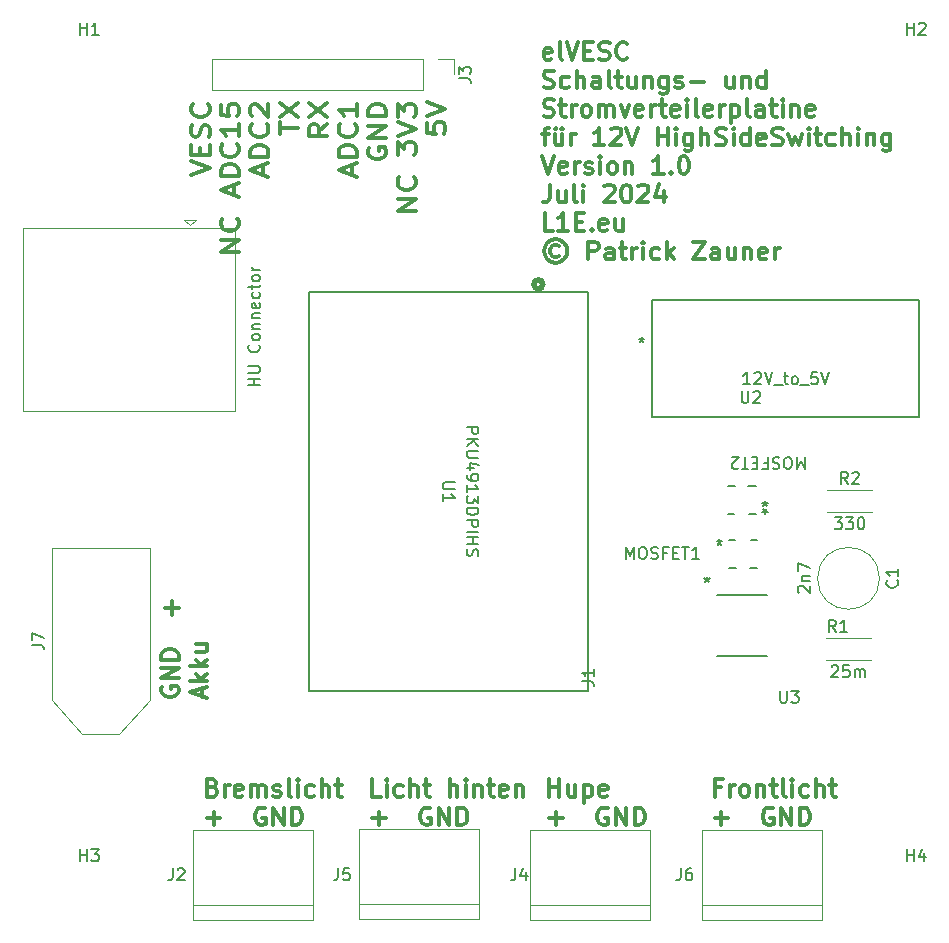
<source format=gbr>
%TF.GenerationSoftware,KiCad,Pcbnew,8.0.1*%
%TF.CreationDate,2024-07-22T16:36:45+02:00*%
%TF.ProjectId,Switch-_and_PowerDistribution-Board,53776974-6368-42d5-9f61-6e645f506f77,rev?*%
%TF.SameCoordinates,Original*%
%TF.FileFunction,Legend,Top*%
%TF.FilePolarity,Positive*%
%FSLAX46Y46*%
G04 Gerber Fmt 4.6, Leading zero omitted, Abs format (unit mm)*
G04 Created by KiCad (PCBNEW 8.0.1) date 2024-07-22 16:36:45*
%MOMM*%
%LPD*%
G01*
G04 APERTURE LIST*
%ADD10C,0.300000*%
%ADD11C,0.150000*%
%ADD12C,0.152400*%
%ADD13C,0.120000*%
%ADD14C,0.508000*%
G04 APERTURE END LIST*
D10*
X84668796Y-120785912D02*
X83954510Y-120785912D01*
X83954510Y-120785912D02*
X83954510Y-119285912D01*
X85168796Y-120785912D02*
X85168796Y-119785912D01*
X85168796Y-119285912D02*
X85097368Y-119357341D01*
X85097368Y-119357341D02*
X85168796Y-119428769D01*
X85168796Y-119428769D02*
X85240225Y-119357341D01*
X85240225Y-119357341D02*
X85168796Y-119285912D01*
X85168796Y-119285912D02*
X85168796Y-119428769D01*
X86525940Y-120714484D02*
X86383082Y-120785912D01*
X86383082Y-120785912D02*
X86097368Y-120785912D01*
X86097368Y-120785912D02*
X85954511Y-120714484D01*
X85954511Y-120714484D02*
X85883082Y-120643055D01*
X85883082Y-120643055D02*
X85811654Y-120500198D01*
X85811654Y-120500198D02*
X85811654Y-120071626D01*
X85811654Y-120071626D02*
X85883082Y-119928769D01*
X85883082Y-119928769D02*
X85954511Y-119857341D01*
X85954511Y-119857341D02*
X86097368Y-119785912D01*
X86097368Y-119785912D02*
X86383082Y-119785912D01*
X86383082Y-119785912D02*
X86525940Y-119857341D01*
X87168796Y-120785912D02*
X87168796Y-119285912D01*
X87811654Y-120785912D02*
X87811654Y-120000198D01*
X87811654Y-120000198D02*
X87740225Y-119857341D01*
X87740225Y-119857341D02*
X87597368Y-119785912D01*
X87597368Y-119785912D02*
X87383082Y-119785912D01*
X87383082Y-119785912D02*
X87240225Y-119857341D01*
X87240225Y-119857341D02*
X87168796Y-119928769D01*
X88311654Y-119785912D02*
X88883082Y-119785912D01*
X88525939Y-119285912D02*
X88525939Y-120571626D01*
X88525939Y-120571626D02*
X88597368Y-120714484D01*
X88597368Y-120714484D02*
X88740225Y-120785912D01*
X88740225Y-120785912D02*
X88883082Y-120785912D01*
X90525939Y-120785912D02*
X90525939Y-119285912D01*
X91168797Y-120785912D02*
X91168797Y-120000198D01*
X91168797Y-120000198D02*
X91097368Y-119857341D01*
X91097368Y-119857341D02*
X90954511Y-119785912D01*
X90954511Y-119785912D02*
X90740225Y-119785912D01*
X90740225Y-119785912D02*
X90597368Y-119857341D01*
X90597368Y-119857341D02*
X90525939Y-119928769D01*
X91883082Y-120785912D02*
X91883082Y-119785912D01*
X91883082Y-119285912D02*
X91811654Y-119357341D01*
X91811654Y-119357341D02*
X91883082Y-119428769D01*
X91883082Y-119428769D02*
X91954511Y-119357341D01*
X91954511Y-119357341D02*
X91883082Y-119285912D01*
X91883082Y-119285912D02*
X91883082Y-119428769D01*
X92597368Y-119785912D02*
X92597368Y-120785912D01*
X92597368Y-119928769D02*
X92668797Y-119857341D01*
X92668797Y-119857341D02*
X92811654Y-119785912D01*
X92811654Y-119785912D02*
X93025940Y-119785912D01*
X93025940Y-119785912D02*
X93168797Y-119857341D01*
X93168797Y-119857341D02*
X93240226Y-120000198D01*
X93240226Y-120000198D02*
X93240226Y-120785912D01*
X93740226Y-119785912D02*
X94311654Y-119785912D01*
X93954511Y-119285912D02*
X93954511Y-120571626D01*
X93954511Y-120571626D02*
X94025940Y-120714484D01*
X94025940Y-120714484D02*
X94168797Y-120785912D01*
X94168797Y-120785912D02*
X94311654Y-120785912D01*
X95383083Y-120714484D02*
X95240226Y-120785912D01*
X95240226Y-120785912D02*
X94954512Y-120785912D01*
X94954512Y-120785912D02*
X94811654Y-120714484D01*
X94811654Y-120714484D02*
X94740226Y-120571626D01*
X94740226Y-120571626D02*
X94740226Y-120000198D01*
X94740226Y-120000198D02*
X94811654Y-119857341D01*
X94811654Y-119857341D02*
X94954512Y-119785912D01*
X94954512Y-119785912D02*
X95240226Y-119785912D01*
X95240226Y-119785912D02*
X95383083Y-119857341D01*
X95383083Y-119857341D02*
X95454512Y-120000198D01*
X95454512Y-120000198D02*
X95454512Y-120143055D01*
X95454512Y-120143055D02*
X94740226Y-120285912D01*
X96097368Y-119785912D02*
X96097368Y-120785912D01*
X96097368Y-119928769D02*
X96168797Y-119857341D01*
X96168797Y-119857341D02*
X96311654Y-119785912D01*
X96311654Y-119785912D02*
X96525940Y-119785912D01*
X96525940Y-119785912D02*
X96668797Y-119857341D01*
X96668797Y-119857341D02*
X96740226Y-120000198D01*
X96740226Y-120000198D02*
X96740226Y-120785912D01*
X83954510Y-122629400D02*
X85097368Y-122629400D01*
X84525939Y-123200828D02*
X84525939Y-122057971D01*
X88883082Y-121772257D02*
X88740225Y-121700828D01*
X88740225Y-121700828D02*
X88525939Y-121700828D01*
X88525939Y-121700828D02*
X88311653Y-121772257D01*
X88311653Y-121772257D02*
X88168796Y-121915114D01*
X88168796Y-121915114D02*
X88097367Y-122057971D01*
X88097367Y-122057971D02*
X88025939Y-122343685D01*
X88025939Y-122343685D02*
X88025939Y-122557971D01*
X88025939Y-122557971D02*
X88097367Y-122843685D01*
X88097367Y-122843685D02*
X88168796Y-122986542D01*
X88168796Y-122986542D02*
X88311653Y-123129400D01*
X88311653Y-123129400D02*
X88525939Y-123200828D01*
X88525939Y-123200828D02*
X88668796Y-123200828D01*
X88668796Y-123200828D02*
X88883082Y-123129400D01*
X88883082Y-123129400D02*
X88954510Y-123057971D01*
X88954510Y-123057971D02*
X88954510Y-122557971D01*
X88954510Y-122557971D02*
X88668796Y-122557971D01*
X89597367Y-123200828D02*
X89597367Y-121700828D01*
X89597367Y-121700828D02*
X90454510Y-123200828D01*
X90454510Y-123200828D02*
X90454510Y-121700828D01*
X91168796Y-123200828D02*
X91168796Y-121700828D01*
X91168796Y-121700828D02*
X91525939Y-121700828D01*
X91525939Y-121700828D02*
X91740225Y-121772257D01*
X91740225Y-121772257D02*
X91883082Y-121915114D01*
X91883082Y-121915114D02*
X91954511Y-122057971D01*
X91954511Y-122057971D02*
X92025939Y-122343685D01*
X92025939Y-122343685D02*
X92025939Y-122557971D01*
X92025939Y-122557971D02*
X91954511Y-122843685D01*
X91954511Y-122843685D02*
X91883082Y-122986542D01*
X91883082Y-122986542D02*
X91740225Y-123129400D01*
X91740225Y-123129400D02*
X91525939Y-123200828D01*
X91525939Y-123200828D02*
X91168796Y-123200828D01*
X70454510Y-120000198D02*
X70668796Y-120071626D01*
X70668796Y-120071626D02*
X70740225Y-120143055D01*
X70740225Y-120143055D02*
X70811653Y-120285912D01*
X70811653Y-120285912D02*
X70811653Y-120500198D01*
X70811653Y-120500198D02*
X70740225Y-120643055D01*
X70740225Y-120643055D02*
X70668796Y-120714484D01*
X70668796Y-120714484D02*
X70525939Y-120785912D01*
X70525939Y-120785912D02*
X69954510Y-120785912D01*
X69954510Y-120785912D02*
X69954510Y-119285912D01*
X69954510Y-119285912D02*
X70454510Y-119285912D01*
X70454510Y-119285912D02*
X70597368Y-119357341D01*
X70597368Y-119357341D02*
X70668796Y-119428769D01*
X70668796Y-119428769D02*
X70740225Y-119571626D01*
X70740225Y-119571626D02*
X70740225Y-119714484D01*
X70740225Y-119714484D02*
X70668796Y-119857341D01*
X70668796Y-119857341D02*
X70597368Y-119928769D01*
X70597368Y-119928769D02*
X70454510Y-120000198D01*
X70454510Y-120000198D02*
X69954510Y-120000198D01*
X71454510Y-120785912D02*
X71454510Y-119785912D01*
X71454510Y-120071626D02*
X71525939Y-119928769D01*
X71525939Y-119928769D02*
X71597368Y-119857341D01*
X71597368Y-119857341D02*
X71740225Y-119785912D01*
X71740225Y-119785912D02*
X71883082Y-119785912D01*
X72954510Y-120714484D02*
X72811653Y-120785912D01*
X72811653Y-120785912D02*
X72525939Y-120785912D01*
X72525939Y-120785912D02*
X72383081Y-120714484D01*
X72383081Y-120714484D02*
X72311653Y-120571626D01*
X72311653Y-120571626D02*
X72311653Y-120000198D01*
X72311653Y-120000198D02*
X72383081Y-119857341D01*
X72383081Y-119857341D02*
X72525939Y-119785912D01*
X72525939Y-119785912D02*
X72811653Y-119785912D01*
X72811653Y-119785912D02*
X72954510Y-119857341D01*
X72954510Y-119857341D02*
X73025939Y-120000198D01*
X73025939Y-120000198D02*
X73025939Y-120143055D01*
X73025939Y-120143055D02*
X72311653Y-120285912D01*
X73668795Y-120785912D02*
X73668795Y-119785912D01*
X73668795Y-119928769D02*
X73740224Y-119857341D01*
X73740224Y-119857341D02*
X73883081Y-119785912D01*
X73883081Y-119785912D02*
X74097367Y-119785912D01*
X74097367Y-119785912D02*
X74240224Y-119857341D01*
X74240224Y-119857341D02*
X74311653Y-120000198D01*
X74311653Y-120000198D02*
X74311653Y-120785912D01*
X74311653Y-120000198D02*
X74383081Y-119857341D01*
X74383081Y-119857341D02*
X74525938Y-119785912D01*
X74525938Y-119785912D02*
X74740224Y-119785912D01*
X74740224Y-119785912D02*
X74883081Y-119857341D01*
X74883081Y-119857341D02*
X74954510Y-120000198D01*
X74954510Y-120000198D02*
X74954510Y-120785912D01*
X75597367Y-120714484D02*
X75740224Y-120785912D01*
X75740224Y-120785912D02*
X76025938Y-120785912D01*
X76025938Y-120785912D02*
X76168795Y-120714484D01*
X76168795Y-120714484D02*
X76240224Y-120571626D01*
X76240224Y-120571626D02*
X76240224Y-120500198D01*
X76240224Y-120500198D02*
X76168795Y-120357341D01*
X76168795Y-120357341D02*
X76025938Y-120285912D01*
X76025938Y-120285912D02*
X75811653Y-120285912D01*
X75811653Y-120285912D02*
X75668795Y-120214484D01*
X75668795Y-120214484D02*
X75597367Y-120071626D01*
X75597367Y-120071626D02*
X75597367Y-120000198D01*
X75597367Y-120000198D02*
X75668795Y-119857341D01*
X75668795Y-119857341D02*
X75811653Y-119785912D01*
X75811653Y-119785912D02*
X76025938Y-119785912D01*
X76025938Y-119785912D02*
X76168795Y-119857341D01*
X77097367Y-120785912D02*
X76954510Y-120714484D01*
X76954510Y-120714484D02*
X76883081Y-120571626D01*
X76883081Y-120571626D02*
X76883081Y-119285912D01*
X77668795Y-120785912D02*
X77668795Y-119785912D01*
X77668795Y-119285912D02*
X77597367Y-119357341D01*
X77597367Y-119357341D02*
X77668795Y-119428769D01*
X77668795Y-119428769D02*
X77740224Y-119357341D01*
X77740224Y-119357341D02*
X77668795Y-119285912D01*
X77668795Y-119285912D02*
X77668795Y-119428769D01*
X79025939Y-120714484D02*
X78883081Y-120785912D01*
X78883081Y-120785912D02*
X78597367Y-120785912D01*
X78597367Y-120785912D02*
X78454510Y-120714484D01*
X78454510Y-120714484D02*
X78383081Y-120643055D01*
X78383081Y-120643055D02*
X78311653Y-120500198D01*
X78311653Y-120500198D02*
X78311653Y-120071626D01*
X78311653Y-120071626D02*
X78383081Y-119928769D01*
X78383081Y-119928769D02*
X78454510Y-119857341D01*
X78454510Y-119857341D02*
X78597367Y-119785912D01*
X78597367Y-119785912D02*
X78883081Y-119785912D01*
X78883081Y-119785912D02*
X79025939Y-119857341D01*
X79668795Y-120785912D02*
X79668795Y-119285912D01*
X80311653Y-120785912D02*
X80311653Y-120000198D01*
X80311653Y-120000198D02*
X80240224Y-119857341D01*
X80240224Y-119857341D02*
X80097367Y-119785912D01*
X80097367Y-119785912D02*
X79883081Y-119785912D01*
X79883081Y-119785912D02*
X79740224Y-119857341D01*
X79740224Y-119857341D02*
X79668795Y-119928769D01*
X80811653Y-119785912D02*
X81383081Y-119785912D01*
X81025938Y-119285912D02*
X81025938Y-120571626D01*
X81025938Y-120571626D02*
X81097367Y-120714484D01*
X81097367Y-120714484D02*
X81240224Y-120785912D01*
X81240224Y-120785912D02*
X81383081Y-120785912D01*
X69954510Y-122629400D02*
X71097368Y-122629400D01*
X70525939Y-123200828D02*
X70525939Y-122057971D01*
X74883082Y-121772257D02*
X74740225Y-121700828D01*
X74740225Y-121700828D02*
X74525939Y-121700828D01*
X74525939Y-121700828D02*
X74311653Y-121772257D01*
X74311653Y-121772257D02*
X74168796Y-121915114D01*
X74168796Y-121915114D02*
X74097367Y-122057971D01*
X74097367Y-122057971D02*
X74025939Y-122343685D01*
X74025939Y-122343685D02*
X74025939Y-122557971D01*
X74025939Y-122557971D02*
X74097367Y-122843685D01*
X74097367Y-122843685D02*
X74168796Y-122986542D01*
X74168796Y-122986542D02*
X74311653Y-123129400D01*
X74311653Y-123129400D02*
X74525939Y-123200828D01*
X74525939Y-123200828D02*
X74668796Y-123200828D01*
X74668796Y-123200828D02*
X74883082Y-123129400D01*
X74883082Y-123129400D02*
X74954510Y-123057971D01*
X74954510Y-123057971D02*
X74954510Y-122557971D01*
X74954510Y-122557971D02*
X74668796Y-122557971D01*
X75597367Y-123200828D02*
X75597367Y-121700828D01*
X75597367Y-121700828D02*
X76454510Y-123200828D01*
X76454510Y-123200828D02*
X76454510Y-121700828D01*
X77168796Y-123200828D02*
X77168796Y-121700828D01*
X77168796Y-121700828D02*
X77525939Y-121700828D01*
X77525939Y-121700828D02*
X77740225Y-121772257D01*
X77740225Y-121772257D02*
X77883082Y-121915114D01*
X77883082Y-121915114D02*
X77954511Y-122057971D01*
X77954511Y-122057971D02*
X78025939Y-122343685D01*
X78025939Y-122343685D02*
X78025939Y-122557971D01*
X78025939Y-122557971D02*
X77954511Y-122843685D01*
X77954511Y-122843685D02*
X77883082Y-122986542D01*
X77883082Y-122986542D02*
X77740225Y-123129400D01*
X77740225Y-123129400D02*
X77525939Y-123200828D01*
X77525939Y-123200828D02*
X77168796Y-123200828D01*
X99125939Y-58324988D02*
X98983082Y-58396416D01*
X98983082Y-58396416D02*
X98697368Y-58396416D01*
X98697368Y-58396416D02*
X98554510Y-58324988D01*
X98554510Y-58324988D02*
X98483082Y-58182130D01*
X98483082Y-58182130D02*
X98483082Y-57610702D01*
X98483082Y-57610702D02*
X98554510Y-57467845D01*
X98554510Y-57467845D02*
X98697368Y-57396416D01*
X98697368Y-57396416D02*
X98983082Y-57396416D01*
X98983082Y-57396416D02*
X99125939Y-57467845D01*
X99125939Y-57467845D02*
X99197368Y-57610702D01*
X99197368Y-57610702D02*
X99197368Y-57753559D01*
X99197368Y-57753559D02*
X98483082Y-57896416D01*
X100054510Y-58396416D02*
X99911653Y-58324988D01*
X99911653Y-58324988D02*
X99840224Y-58182130D01*
X99840224Y-58182130D02*
X99840224Y-56896416D01*
X100411653Y-56896416D02*
X100911653Y-58396416D01*
X100911653Y-58396416D02*
X101411653Y-56896416D01*
X101911652Y-57610702D02*
X102411652Y-57610702D01*
X102625938Y-58396416D02*
X101911652Y-58396416D01*
X101911652Y-58396416D02*
X101911652Y-56896416D01*
X101911652Y-56896416D02*
X102625938Y-56896416D01*
X103197367Y-58324988D02*
X103411653Y-58396416D01*
X103411653Y-58396416D02*
X103768795Y-58396416D01*
X103768795Y-58396416D02*
X103911653Y-58324988D01*
X103911653Y-58324988D02*
X103983081Y-58253559D01*
X103983081Y-58253559D02*
X104054510Y-58110702D01*
X104054510Y-58110702D02*
X104054510Y-57967845D01*
X104054510Y-57967845D02*
X103983081Y-57824988D01*
X103983081Y-57824988D02*
X103911653Y-57753559D01*
X103911653Y-57753559D02*
X103768795Y-57682130D01*
X103768795Y-57682130D02*
X103483081Y-57610702D01*
X103483081Y-57610702D02*
X103340224Y-57539273D01*
X103340224Y-57539273D02*
X103268795Y-57467845D01*
X103268795Y-57467845D02*
X103197367Y-57324988D01*
X103197367Y-57324988D02*
X103197367Y-57182130D01*
X103197367Y-57182130D02*
X103268795Y-57039273D01*
X103268795Y-57039273D02*
X103340224Y-56967845D01*
X103340224Y-56967845D02*
X103483081Y-56896416D01*
X103483081Y-56896416D02*
X103840224Y-56896416D01*
X103840224Y-56896416D02*
X104054510Y-56967845D01*
X105554509Y-58253559D02*
X105483081Y-58324988D01*
X105483081Y-58324988D02*
X105268795Y-58396416D01*
X105268795Y-58396416D02*
X105125938Y-58396416D01*
X105125938Y-58396416D02*
X104911652Y-58324988D01*
X104911652Y-58324988D02*
X104768795Y-58182130D01*
X104768795Y-58182130D02*
X104697366Y-58039273D01*
X104697366Y-58039273D02*
X104625938Y-57753559D01*
X104625938Y-57753559D02*
X104625938Y-57539273D01*
X104625938Y-57539273D02*
X104697366Y-57253559D01*
X104697366Y-57253559D02*
X104768795Y-57110702D01*
X104768795Y-57110702D02*
X104911652Y-56967845D01*
X104911652Y-56967845D02*
X105125938Y-56896416D01*
X105125938Y-56896416D02*
X105268795Y-56896416D01*
X105268795Y-56896416D02*
X105483081Y-56967845D01*
X105483081Y-56967845D02*
X105554509Y-57039273D01*
X98483082Y-60739904D02*
X98697368Y-60811332D01*
X98697368Y-60811332D02*
X99054510Y-60811332D01*
X99054510Y-60811332D02*
X99197368Y-60739904D01*
X99197368Y-60739904D02*
X99268796Y-60668475D01*
X99268796Y-60668475D02*
X99340225Y-60525618D01*
X99340225Y-60525618D02*
X99340225Y-60382761D01*
X99340225Y-60382761D02*
X99268796Y-60239904D01*
X99268796Y-60239904D02*
X99197368Y-60168475D01*
X99197368Y-60168475D02*
X99054510Y-60097046D01*
X99054510Y-60097046D02*
X98768796Y-60025618D01*
X98768796Y-60025618D02*
X98625939Y-59954189D01*
X98625939Y-59954189D02*
X98554510Y-59882761D01*
X98554510Y-59882761D02*
X98483082Y-59739904D01*
X98483082Y-59739904D02*
X98483082Y-59597046D01*
X98483082Y-59597046D02*
X98554510Y-59454189D01*
X98554510Y-59454189D02*
X98625939Y-59382761D01*
X98625939Y-59382761D02*
X98768796Y-59311332D01*
X98768796Y-59311332D02*
X99125939Y-59311332D01*
X99125939Y-59311332D02*
X99340225Y-59382761D01*
X100625939Y-60739904D02*
X100483081Y-60811332D01*
X100483081Y-60811332D02*
X100197367Y-60811332D01*
X100197367Y-60811332D02*
X100054510Y-60739904D01*
X100054510Y-60739904D02*
X99983081Y-60668475D01*
X99983081Y-60668475D02*
X99911653Y-60525618D01*
X99911653Y-60525618D02*
X99911653Y-60097046D01*
X99911653Y-60097046D02*
X99983081Y-59954189D01*
X99983081Y-59954189D02*
X100054510Y-59882761D01*
X100054510Y-59882761D02*
X100197367Y-59811332D01*
X100197367Y-59811332D02*
X100483081Y-59811332D01*
X100483081Y-59811332D02*
X100625939Y-59882761D01*
X101268795Y-60811332D02*
X101268795Y-59311332D01*
X101911653Y-60811332D02*
X101911653Y-60025618D01*
X101911653Y-60025618D02*
X101840224Y-59882761D01*
X101840224Y-59882761D02*
X101697367Y-59811332D01*
X101697367Y-59811332D02*
X101483081Y-59811332D01*
X101483081Y-59811332D02*
X101340224Y-59882761D01*
X101340224Y-59882761D02*
X101268795Y-59954189D01*
X103268796Y-60811332D02*
X103268796Y-60025618D01*
X103268796Y-60025618D02*
X103197367Y-59882761D01*
X103197367Y-59882761D02*
X103054510Y-59811332D01*
X103054510Y-59811332D02*
X102768796Y-59811332D01*
X102768796Y-59811332D02*
X102625938Y-59882761D01*
X103268796Y-60739904D02*
X103125938Y-60811332D01*
X103125938Y-60811332D02*
X102768796Y-60811332D01*
X102768796Y-60811332D02*
X102625938Y-60739904D01*
X102625938Y-60739904D02*
X102554510Y-60597046D01*
X102554510Y-60597046D02*
X102554510Y-60454189D01*
X102554510Y-60454189D02*
X102625938Y-60311332D01*
X102625938Y-60311332D02*
X102768796Y-60239904D01*
X102768796Y-60239904D02*
X103125938Y-60239904D01*
X103125938Y-60239904D02*
X103268796Y-60168475D01*
X104197367Y-60811332D02*
X104054510Y-60739904D01*
X104054510Y-60739904D02*
X103983081Y-60597046D01*
X103983081Y-60597046D02*
X103983081Y-59311332D01*
X104554510Y-59811332D02*
X105125938Y-59811332D01*
X104768795Y-59311332D02*
X104768795Y-60597046D01*
X104768795Y-60597046D02*
X104840224Y-60739904D01*
X104840224Y-60739904D02*
X104983081Y-60811332D01*
X104983081Y-60811332D02*
X105125938Y-60811332D01*
X106268796Y-59811332D02*
X106268796Y-60811332D01*
X105625938Y-59811332D02*
X105625938Y-60597046D01*
X105625938Y-60597046D02*
X105697367Y-60739904D01*
X105697367Y-60739904D02*
X105840224Y-60811332D01*
X105840224Y-60811332D02*
X106054510Y-60811332D01*
X106054510Y-60811332D02*
X106197367Y-60739904D01*
X106197367Y-60739904D02*
X106268796Y-60668475D01*
X106983081Y-59811332D02*
X106983081Y-60811332D01*
X106983081Y-59954189D02*
X107054510Y-59882761D01*
X107054510Y-59882761D02*
X107197367Y-59811332D01*
X107197367Y-59811332D02*
X107411653Y-59811332D01*
X107411653Y-59811332D02*
X107554510Y-59882761D01*
X107554510Y-59882761D02*
X107625939Y-60025618D01*
X107625939Y-60025618D02*
X107625939Y-60811332D01*
X108983082Y-59811332D02*
X108983082Y-61025618D01*
X108983082Y-61025618D02*
X108911653Y-61168475D01*
X108911653Y-61168475D02*
X108840224Y-61239904D01*
X108840224Y-61239904D02*
X108697367Y-61311332D01*
X108697367Y-61311332D02*
X108483082Y-61311332D01*
X108483082Y-61311332D02*
X108340224Y-61239904D01*
X108983082Y-60739904D02*
X108840224Y-60811332D01*
X108840224Y-60811332D02*
X108554510Y-60811332D01*
X108554510Y-60811332D02*
X108411653Y-60739904D01*
X108411653Y-60739904D02*
X108340224Y-60668475D01*
X108340224Y-60668475D02*
X108268796Y-60525618D01*
X108268796Y-60525618D02*
X108268796Y-60097046D01*
X108268796Y-60097046D02*
X108340224Y-59954189D01*
X108340224Y-59954189D02*
X108411653Y-59882761D01*
X108411653Y-59882761D02*
X108554510Y-59811332D01*
X108554510Y-59811332D02*
X108840224Y-59811332D01*
X108840224Y-59811332D02*
X108983082Y-59882761D01*
X109625939Y-60739904D02*
X109768796Y-60811332D01*
X109768796Y-60811332D02*
X110054510Y-60811332D01*
X110054510Y-60811332D02*
X110197367Y-60739904D01*
X110197367Y-60739904D02*
X110268796Y-60597046D01*
X110268796Y-60597046D02*
X110268796Y-60525618D01*
X110268796Y-60525618D02*
X110197367Y-60382761D01*
X110197367Y-60382761D02*
X110054510Y-60311332D01*
X110054510Y-60311332D02*
X109840225Y-60311332D01*
X109840225Y-60311332D02*
X109697367Y-60239904D01*
X109697367Y-60239904D02*
X109625939Y-60097046D01*
X109625939Y-60097046D02*
X109625939Y-60025618D01*
X109625939Y-60025618D02*
X109697367Y-59882761D01*
X109697367Y-59882761D02*
X109840225Y-59811332D01*
X109840225Y-59811332D02*
X110054510Y-59811332D01*
X110054510Y-59811332D02*
X110197367Y-59882761D01*
X110911653Y-60239904D02*
X112054511Y-60239904D01*
X114554511Y-59811332D02*
X114554511Y-60811332D01*
X113911653Y-59811332D02*
X113911653Y-60597046D01*
X113911653Y-60597046D02*
X113983082Y-60739904D01*
X113983082Y-60739904D02*
X114125939Y-60811332D01*
X114125939Y-60811332D02*
X114340225Y-60811332D01*
X114340225Y-60811332D02*
X114483082Y-60739904D01*
X114483082Y-60739904D02*
X114554511Y-60668475D01*
X115268796Y-59811332D02*
X115268796Y-60811332D01*
X115268796Y-59954189D02*
X115340225Y-59882761D01*
X115340225Y-59882761D02*
X115483082Y-59811332D01*
X115483082Y-59811332D02*
X115697368Y-59811332D01*
X115697368Y-59811332D02*
X115840225Y-59882761D01*
X115840225Y-59882761D02*
X115911654Y-60025618D01*
X115911654Y-60025618D02*
X115911654Y-60811332D01*
X117268797Y-60811332D02*
X117268797Y-59311332D01*
X117268797Y-60739904D02*
X117125939Y-60811332D01*
X117125939Y-60811332D02*
X116840225Y-60811332D01*
X116840225Y-60811332D02*
X116697368Y-60739904D01*
X116697368Y-60739904D02*
X116625939Y-60668475D01*
X116625939Y-60668475D02*
X116554511Y-60525618D01*
X116554511Y-60525618D02*
X116554511Y-60097046D01*
X116554511Y-60097046D02*
X116625939Y-59954189D01*
X116625939Y-59954189D02*
X116697368Y-59882761D01*
X116697368Y-59882761D02*
X116840225Y-59811332D01*
X116840225Y-59811332D02*
X117125939Y-59811332D01*
X117125939Y-59811332D02*
X117268797Y-59882761D01*
X98483082Y-63154820D02*
X98697368Y-63226248D01*
X98697368Y-63226248D02*
X99054510Y-63226248D01*
X99054510Y-63226248D02*
X99197368Y-63154820D01*
X99197368Y-63154820D02*
X99268796Y-63083391D01*
X99268796Y-63083391D02*
X99340225Y-62940534D01*
X99340225Y-62940534D02*
X99340225Y-62797677D01*
X99340225Y-62797677D02*
X99268796Y-62654820D01*
X99268796Y-62654820D02*
X99197368Y-62583391D01*
X99197368Y-62583391D02*
X99054510Y-62511962D01*
X99054510Y-62511962D02*
X98768796Y-62440534D01*
X98768796Y-62440534D02*
X98625939Y-62369105D01*
X98625939Y-62369105D02*
X98554510Y-62297677D01*
X98554510Y-62297677D02*
X98483082Y-62154820D01*
X98483082Y-62154820D02*
X98483082Y-62011962D01*
X98483082Y-62011962D02*
X98554510Y-61869105D01*
X98554510Y-61869105D02*
X98625939Y-61797677D01*
X98625939Y-61797677D02*
X98768796Y-61726248D01*
X98768796Y-61726248D02*
X99125939Y-61726248D01*
X99125939Y-61726248D02*
X99340225Y-61797677D01*
X99768796Y-62226248D02*
X100340224Y-62226248D01*
X99983081Y-61726248D02*
X99983081Y-63011962D01*
X99983081Y-63011962D02*
X100054510Y-63154820D01*
X100054510Y-63154820D02*
X100197367Y-63226248D01*
X100197367Y-63226248D02*
X100340224Y-63226248D01*
X100840224Y-63226248D02*
X100840224Y-62226248D01*
X100840224Y-62511962D02*
X100911653Y-62369105D01*
X100911653Y-62369105D02*
X100983082Y-62297677D01*
X100983082Y-62297677D02*
X101125939Y-62226248D01*
X101125939Y-62226248D02*
X101268796Y-62226248D01*
X101983081Y-63226248D02*
X101840224Y-63154820D01*
X101840224Y-63154820D02*
X101768795Y-63083391D01*
X101768795Y-63083391D02*
X101697367Y-62940534D01*
X101697367Y-62940534D02*
X101697367Y-62511962D01*
X101697367Y-62511962D02*
X101768795Y-62369105D01*
X101768795Y-62369105D02*
X101840224Y-62297677D01*
X101840224Y-62297677D02*
X101983081Y-62226248D01*
X101983081Y-62226248D02*
X102197367Y-62226248D01*
X102197367Y-62226248D02*
X102340224Y-62297677D01*
X102340224Y-62297677D02*
X102411653Y-62369105D01*
X102411653Y-62369105D02*
X102483081Y-62511962D01*
X102483081Y-62511962D02*
X102483081Y-62940534D01*
X102483081Y-62940534D02*
X102411653Y-63083391D01*
X102411653Y-63083391D02*
X102340224Y-63154820D01*
X102340224Y-63154820D02*
X102197367Y-63226248D01*
X102197367Y-63226248D02*
X101983081Y-63226248D01*
X103125938Y-63226248D02*
X103125938Y-62226248D01*
X103125938Y-62369105D02*
X103197367Y-62297677D01*
X103197367Y-62297677D02*
X103340224Y-62226248D01*
X103340224Y-62226248D02*
X103554510Y-62226248D01*
X103554510Y-62226248D02*
X103697367Y-62297677D01*
X103697367Y-62297677D02*
X103768796Y-62440534D01*
X103768796Y-62440534D02*
X103768796Y-63226248D01*
X103768796Y-62440534D02*
X103840224Y-62297677D01*
X103840224Y-62297677D02*
X103983081Y-62226248D01*
X103983081Y-62226248D02*
X104197367Y-62226248D01*
X104197367Y-62226248D02*
X104340224Y-62297677D01*
X104340224Y-62297677D02*
X104411653Y-62440534D01*
X104411653Y-62440534D02*
X104411653Y-63226248D01*
X104983081Y-62226248D02*
X105340224Y-63226248D01*
X105340224Y-63226248D02*
X105697367Y-62226248D01*
X106840224Y-63154820D02*
X106697367Y-63226248D01*
X106697367Y-63226248D02*
X106411653Y-63226248D01*
X106411653Y-63226248D02*
X106268795Y-63154820D01*
X106268795Y-63154820D02*
X106197367Y-63011962D01*
X106197367Y-63011962D02*
X106197367Y-62440534D01*
X106197367Y-62440534D02*
X106268795Y-62297677D01*
X106268795Y-62297677D02*
X106411653Y-62226248D01*
X106411653Y-62226248D02*
X106697367Y-62226248D01*
X106697367Y-62226248D02*
X106840224Y-62297677D01*
X106840224Y-62297677D02*
X106911653Y-62440534D01*
X106911653Y-62440534D02*
X106911653Y-62583391D01*
X106911653Y-62583391D02*
X106197367Y-62726248D01*
X107554509Y-63226248D02*
X107554509Y-62226248D01*
X107554509Y-62511962D02*
X107625938Y-62369105D01*
X107625938Y-62369105D02*
X107697367Y-62297677D01*
X107697367Y-62297677D02*
X107840224Y-62226248D01*
X107840224Y-62226248D02*
X107983081Y-62226248D01*
X108268795Y-62226248D02*
X108840223Y-62226248D01*
X108483080Y-61726248D02*
X108483080Y-63011962D01*
X108483080Y-63011962D02*
X108554509Y-63154820D01*
X108554509Y-63154820D02*
X108697366Y-63226248D01*
X108697366Y-63226248D02*
X108840223Y-63226248D01*
X109911652Y-63154820D02*
X109768795Y-63226248D01*
X109768795Y-63226248D02*
X109483081Y-63226248D01*
X109483081Y-63226248D02*
X109340223Y-63154820D01*
X109340223Y-63154820D02*
X109268795Y-63011962D01*
X109268795Y-63011962D02*
X109268795Y-62440534D01*
X109268795Y-62440534D02*
X109340223Y-62297677D01*
X109340223Y-62297677D02*
X109483081Y-62226248D01*
X109483081Y-62226248D02*
X109768795Y-62226248D01*
X109768795Y-62226248D02*
X109911652Y-62297677D01*
X109911652Y-62297677D02*
X109983081Y-62440534D01*
X109983081Y-62440534D02*
X109983081Y-62583391D01*
X109983081Y-62583391D02*
X109268795Y-62726248D01*
X110625937Y-63226248D02*
X110625937Y-62226248D01*
X110625937Y-61726248D02*
X110554509Y-61797677D01*
X110554509Y-61797677D02*
X110625937Y-61869105D01*
X110625937Y-61869105D02*
X110697366Y-61797677D01*
X110697366Y-61797677D02*
X110625937Y-61726248D01*
X110625937Y-61726248D02*
X110625937Y-61869105D01*
X111554509Y-63226248D02*
X111411652Y-63154820D01*
X111411652Y-63154820D02*
X111340223Y-63011962D01*
X111340223Y-63011962D02*
X111340223Y-61726248D01*
X112697366Y-63154820D02*
X112554509Y-63226248D01*
X112554509Y-63226248D02*
X112268795Y-63226248D01*
X112268795Y-63226248D02*
X112125937Y-63154820D01*
X112125937Y-63154820D02*
X112054509Y-63011962D01*
X112054509Y-63011962D02*
X112054509Y-62440534D01*
X112054509Y-62440534D02*
X112125937Y-62297677D01*
X112125937Y-62297677D02*
X112268795Y-62226248D01*
X112268795Y-62226248D02*
X112554509Y-62226248D01*
X112554509Y-62226248D02*
X112697366Y-62297677D01*
X112697366Y-62297677D02*
X112768795Y-62440534D01*
X112768795Y-62440534D02*
X112768795Y-62583391D01*
X112768795Y-62583391D02*
X112054509Y-62726248D01*
X113411651Y-63226248D02*
X113411651Y-62226248D01*
X113411651Y-62511962D02*
X113483080Y-62369105D01*
X113483080Y-62369105D02*
X113554509Y-62297677D01*
X113554509Y-62297677D02*
X113697366Y-62226248D01*
X113697366Y-62226248D02*
X113840223Y-62226248D01*
X114340222Y-62226248D02*
X114340222Y-63726248D01*
X114340222Y-62297677D02*
X114483080Y-62226248D01*
X114483080Y-62226248D02*
X114768794Y-62226248D01*
X114768794Y-62226248D02*
X114911651Y-62297677D01*
X114911651Y-62297677D02*
X114983080Y-62369105D01*
X114983080Y-62369105D02*
X115054508Y-62511962D01*
X115054508Y-62511962D02*
X115054508Y-62940534D01*
X115054508Y-62940534D02*
X114983080Y-63083391D01*
X114983080Y-63083391D02*
X114911651Y-63154820D01*
X114911651Y-63154820D02*
X114768794Y-63226248D01*
X114768794Y-63226248D02*
X114483080Y-63226248D01*
X114483080Y-63226248D02*
X114340222Y-63154820D01*
X115911651Y-63226248D02*
X115768794Y-63154820D01*
X115768794Y-63154820D02*
X115697365Y-63011962D01*
X115697365Y-63011962D02*
X115697365Y-61726248D01*
X117125937Y-63226248D02*
X117125937Y-62440534D01*
X117125937Y-62440534D02*
X117054508Y-62297677D01*
X117054508Y-62297677D02*
X116911651Y-62226248D01*
X116911651Y-62226248D02*
X116625937Y-62226248D01*
X116625937Y-62226248D02*
X116483079Y-62297677D01*
X117125937Y-63154820D02*
X116983079Y-63226248D01*
X116983079Y-63226248D02*
X116625937Y-63226248D01*
X116625937Y-63226248D02*
X116483079Y-63154820D01*
X116483079Y-63154820D02*
X116411651Y-63011962D01*
X116411651Y-63011962D02*
X116411651Y-62869105D01*
X116411651Y-62869105D02*
X116483079Y-62726248D01*
X116483079Y-62726248D02*
X116625937Y-62654820D01*
X116625937Y-62654820D02*
X116983079Y-62654820D01*
X116983079Y-62654820D02*
X117125937Y-62583391D01*
X117625937Y-62226248D02*
X118197365Y-62226248D01*
X117840222Y-61726248D02*
X117840222Y-63011962D01*
X117840222Y-63011962D02*
X117911651Y-63154820D01*
X117911651Y-63154820D02*
X118054508Y-63226248D01*
X118054508Y-63226248D02*
X118197365Y-63226248D01*
X118697365Y-63226248D02*
X118697365Y-62226248D01*
X118697365Y-61726248D02*
X118625937Y-61797677D01*
X118625937Y-61797677D02*
X118697365Y-61869105D01*
X118697365Y-61869105D02*
X118768794Y-61797677D01*
X118768794Y-61797677D02*
X118697365Y-61726248D01*
X118697365Y-61726248D02*
X118697365Y-61869105D01*
X119411651Y-62226248D02*
X119411651Y-63226248D01*
X119411651Y-62369105D02*
X119483080Y-62297677D01*
X119483080Y-62297677D02*
X119625937Y-62226248D01*
X119625937Y-62226248D02*
X119840223Y-62226248D01*
X119840223Y-62226248D02*
X119983080Y-62297677D01*
X119983080Y-62297677D02*
X120054509Y-62440534D01*
X120054509Y-62440534D02*
X120054509Y-63226248D01*
X121340223Y-63154820D02*
X121197366Y-63226248D01*
X121197366Y-63226248D02*
X120911652Y-63226248D01*
X120911652Y-63226248D02*
X120768794Y-63154820D01*
X120768794Y-63154820D02*
X120697366Y-63011962D01*
X120697366Y-63011962D02*
X120697366Y-62440534D01*
X120697366Y-62440534D02*
X120768794Y-62297677D01*
X120768794Y-62297677D02*
X120911652Y-62226248D01*
X120911652Y-62226248D02*
X121197366Y-62226248D01*
X121197366Y-62226248D02*
X121340223Y-62297677D01*
X121340223Y-62297677D02*
X121411652Y-62440534D01*
X121411652Y-62440534D02*
X121411652Y-62583391D01*
X121411652Y-62583391D02*
X120697366Y-62726248D01*
X98340225Y-64641164D02*
X98911653Y-64641164D01*
X98554510Y-65641164D02*
X98554510Y-64355450D01*
X98554510Y-64355450D02*
X98625939Y-64212593D01*
X98625939Y-64212593D02*
X98768796Y-64141164D01*
X98768796Y-64141164D02*
X98911653Y-64141164D01*
X100054511Y-64641164D02*
X100054511Y-65641164D01*
X99411653Y-64641164D02*
X99411653Y-65426878D01*
X99411653Y-65426878D02*
X99483082Y-65569736D01*
X99483082Y-65569736D02*
X99625939Y-65641164D01*
X99625939Y-65641164D02*
X99840225Y-65641164D01*
X99840225Y-65641164D02*
X99983082Y-65569736D01*
X99983082Y-65569736D02*
X100054511Y-65498307D01*
X99483082Y-64141164D02*
X99554511Y-64212593D01*
X99554511Y-64212593D02*
X99483082Y-64284021D01*
X99483082Y-64284021D02*
X99411653Y-64212593D01*
X99411653Y-64212593D02*
X99483082Y-64141164D01*
X99483082Y-64141164D02*
X99483082Y-64284021D01*
X100054511Y-64141164D02*
X100125939Y-64212593D01*
X100125939Y-64212593D02*
X100054511Y-64284021D01*
X100054511Y-64284021D02*
X99983082Y-64212593D01*
X99983082Y-64212593D02*
X100054511Y-64141164D01*
X100054511Y-64141164D02*
X100054511Y-64284021D01*
X100768796Y-65641164D02*
X100768796Y-64641164D01*
X100768796Y-64926878D02*
X100840225Y-64784021D01*
X100840225Y-64784021D02*
X100911654Y-64712593D01*
X100911654Y-64712593D02*
X101054511Y-64641164D01*
X101054511Y-64641164D02*
X101197368Y-64641164D01*
X103625939Y-65641164D02*
X102768796Y-65641164D01*
X103197367Y-65641164D02*
X103197367Y-64141164D01*
X103197367Y-64141164D02*
X103054510Y-64355450D01*
X103054510Y-64355450D02*
X102911653Y-64498307D01*
X102911653Y-64498307D02*
X102768796Y-64569736D01*
X104197367Y-64284021D02*
X104268795Y-64212593D01*
X104268795Y-64212593D02*
X104411653Y-64141164D01*
X104411653Y-64141164D02*
X104768795Y-64141164D01*
X104768795Y-64141164D02*
X104911653Y-64212593D01*
X104911653Y-64212593D02*
X104983081Y-64284021D01*
X104983081Y-64284021D02*
X105054510Y-64426878D01*
X105054510Y-64426878D02*
X105054510Y-64569736D01*
X105054510Y-64569736D02*
X104983081Y-64784021D01*
X104983081Y-64784021D02*
X104125938Y-65641164D01*
X104125938Y-65641164D02*
X105054510Y-65641164D01*
X105483081Y-64141164D02*
X105983081Y-65641164D01*
X105983081Y-65641164D02*
X106483081Y-64141164D01*
X108125937Y-65641164D02*
X108125937Y-64141164D01*
X108125937Y-64855450D02*
X108983080Y-64855450D01*
X108983080Y-65641164D02*
X108983080Y-64141164D01*
X109697366Y-65641164D02*
X109697366Y-64641164D01*
X109697366Y-64141164D02*
X109625938Y-64212593D01*
X109625938Y-64212593D02*
X109697366Y-64284021D01*
X109697366Y-64284021D02*
X109768795Y-64212593D01*
X109768795Y-64212593D02*
X109697366Y-64141164D01*
X109697366Y-64141164D02*
X109697366Y-64284021D01*
X111054510Y-64641164D02*
X111054510Y-65855450D01*
X111054510Y-65855450D02*
X110983081Y-65998307D01*
X110983081Y-65998307D02*
X110911652Y-66069736D01*
X110911652Y-66069736D02*
X110768795Y-66141164D01*
X110768795Y-66141164D02*
X110554510Y-66141164D01*
X110554510Y-66141164D02*
X110411652Y-66069736D01*
X111054510Y-65569736D02*
X110911652Y-65641164D01*
X110911652Y-65641164D02*
X110625938Y-65641164D01*
X110625938Y-65641164D02*
X110483081Y-65569736D01*
X110483081Y-65569736D02*
X110411652Y-65498307D01*
X110411652Y-65498307D02*
X110340224Y-65355450D01*
X110340224Y-65355450D02*
X110340224Y-64926878D01*
X110340224Y-64926878D02*
X110411652Y-64784021D01*
X110411652Y-64784021D02*
X110483081Y-64712593D01*
X110483081Y-64712593D02*
X110625938Y-64641164D01*
X110625938Y-64641164D02*
X110911652Y-64641164D01*
X110911652Y-64641164D02*
X111054510Y-64712593D01*
X111768795Y-65641164D02*
X111768795Y-64141164D01*
X112411653Y-65641164D02*
X112411653Y-64855450D01*
X112411653Y-64855450D02*
X112340224Y-64712593D01*
X112340224Y-64712593D02*
X112197367Y-64641164D01*
X112197367Y-64641164D02*
X111983081Y-64641164D01*
X111983081Y-64641164D02*
X111840224Y-64712593D01*
X111840224Y-64712593D02*
X111768795Y-64784021D01*
X113054510Y-65569736D02*
X113268796Y-65641164D01*
X113268796Y-65641164D02*
X113625938Y-65641164D01*
X113625938Y-65641164D02*
X113768796Y-65569736D01*
X113768796Y-65569736D02*
X113840224Y-65498307D01*
X113840224Y-65498307D02*
X113911653Y-65355450D01*
X113911653Y-65355450D02*
X113911653Y-65212593D01*
X113911653Y-65212593D02*
X113840224Y-65069736D01*
X113840224Y-65069736D02*
X113768796Y-64998307D01*
X113768796Y-64998307D02*
X113625938Y-64926878D01*
X113625938Y-64926878D02*
X113340224Y-64855450D01*
X113340224Y-64855450D02*
X113197367Y-64784021D01*
X113197367Y-64784021D02*
X113125938Y-64712593D01*
X113125938Y-64712593D02*
X113054510Y-64569736D01*
X113054510Y-64569736D02*
X113054510Y-64426878D01*
X113054510Y-64426878D02*
X113125938Y-64284021D01*
X113125938Y-64284021D02*
X113197367Y-64212593D01*
X113197367Y-64212593D02*
X113340224Y-64141164D01*
X113340224Y-64141164D02*
X113697367Y-64141164D01*
X113697367Y-64141164D02*
X113911653Y-64212593D01*
X114554509Y-65641164D02*
X114554509Y-64641164D01*
X114554509Y-64141164D02*
X114483081Y-64212593D01*
X114483081Y-64212593D02*
X114554509Y-64284021D01*
X114554509Y-64284021D02*
X114625938Y-64212593D01*
X114625938Y-64212593D02*
X114554509Y-64141164D01*
X114554509Y-64141164D02*
X114554509Y-64284021D01*
X115911653Y-65641164D02*
X115911653Y-64141164D01*
X115911653Y-65569736D02*
X115768795Y-65641164D01*
X115768795Y-65641164D02*
X115483081Y-65641164D01*
X115483081Y-65641164D02*
X115340224Y-65569736D01*
X115340224Y-65569736D02*
X115268795Y-65498307D01*
X115268795Y-65498307D02*
X115197367Y-65355450D01*
X115197367Y-65355450D02*
X115197367Y-64926878D01*
X115197367Y-64926878D02*
X115268795Y-64784021D01*
X115268795Y-64784021D02*
X115340224Y-64712593D01*
X115340224Y-64712593D02*
X115483081Y-64641164D01*
X115483081Y-64641164D02*
X115768795Y-64641164D01*
X115768795Y-64641164D02*
X115911653Y-64712593D01*
X117197367Y-65569736D02*
X117054510Y-65641164D01*
X117054510Y-65641164D02*
X116768796Y-65641164D01*
X116768796Y-65641164D02*
X116625938Y-65569736D01*
X116625938Y-65569736D02*
X116554510Y-65426878D01*
X116554510Y-65426878D02*
X116554510Y-64855450D01*
X116554510Y-64855450D02*
X116625938Y-64712593D01*
X116625938Y-64712593D02*
X116768796Y-64641164D01*
X116768796Y-64641164D02*
X117054510Y-64641164D01*
X117054510Y-64641164D02*
X117197367Y-64712593D01*
X117197367Y-64712593D02*
X117268796Y-64855450D01*
X117268796Y-64855450D02*
X117268796Y-64998307D01*
X117268796Y-64998307D02*
X116554510Y-65141164D01*
X117840224Y-65569736D02*
X118054510Y-65641164D01*
X118054510Y-65641164D02*
X118411652Y-65641164D01*
X118411652Y-65641164D02*
X118554510Y-65569736D01*
X118554510Y-65569736D02*
X118625938Y-65498307D01*
X118625938Y-65498307D02*
X118697367Y-65355450D01*
X118697367Y-65355450D02*
X118697367Y-65212593D01*
X118697367Y-65212593D02*
X118625938Y-65069736D01*
X118625938Y-65069736D02*
X118554510Y-64998307D01*
X118554510Y-64998307D02*
X118411652Y-64926878D01*
X118411652Y-64926878D02*
X118125938Y-64855450D01*
X118125938Y-64855450D02*
X117983081Y-64784021D01*
X117983081Y-64784021D02*
X117911652Y-64712593D01*
X117911652Y-64712593D02*
X117840224Y-64569736D01*
X117840224Y-64569736D02*
X117840224Y-64426878D01*
X117840224Y-64426878D02*
X117911652Y-64284021D01*
X117911652Y-64284021D02*
X117983081Y-64212593D01*
X117983081Y-64212593D02*
X118125938Y-64141164D01*
X118125938Y-64141164D02*
X118483081Y-64141164D01*
X118483081Y-64141164D02*
X118697367Y-64212593D01*
X119197366Y-64641164D02*
X119483081Y-65641164D01*
X119483081Y-65641164D02*
X119768795Y-64926878D01*
X119768795Y-64926878D02*
X120054509Y-65641164D01*
X120054509Y-65641164D02*
X120340223Y-64641164D01*
X120911652Y-65641164D02*
X120911652Y-64641164D01*
X120911652Y-64141164D02*
X120840224Y-64212593D01*
X120840224Y-64212593D02*
X120911652Y-64284021D01*
X120911652Y-64284021D02*
X120983081Y-64212593D01*
X120983081Y-64212593D02*
X120911652Y-64141164D01*
X120911652Y-64141164D02*
X120911652Y-64284021D01*
X121411653Y-64641164D02*
X121983081Y-64641164D01*
X121625938Y-64141164D02*
X121625938Y-65426878D01*
X121625938Y-65426878D02*
X121697367Y-65569736D01*
X121697367Y-65569736D02*
X121840224Y-65641164D01*
X121840224Y-65641164D02*
X121983081Y-65641164D01*
X123125939Y-65569736D02*
X122983081Y-65641164D01*
X122983081Y-65641164D02*
X122697367Y-65641164D01*
X122697367Y-65641164D02*
X122554510Y-65569736D01*
X122554510Y-65569736D02*
X122483081Y-65498307D01*
X122483081Y-65498307D02*
X122411653Y-65355450D01*
X122411653Y-65355450D02*
X122411653Y-64926878D01*
X122411653Y-64926878D02*
X122483081Y-64784021D01*
X122483081Y-64784021D02*
X122554510Y-64712593D01*
X122554510Y-64712593D02*
X122697367Y-64641164D01*
X122697367Y-64641164D02*
X122983081Y-64641164D01*
X122983081Y-64641164D02*
X123125939Y-64712593D01*
X123768795Y-65641164D02*
X123768795Y-64141164D01*
X124411653Y-65641164D02*
X124411653Y-64855450D01*
X124411653Y-64855450D02*
X124340224Y-64712593D01*
X124340224Y-64712593D02*
X124197367Y-64641164D01*
X124197367Y-64641164D02*
X123983081Y-64641164D01*
X123983081Y-64641164D02*
X123840224Y-64712593D01*
X123840224Y-64712593D02*
X123768795Y-64784021D01*
X125125938Y-65641164D02*
X125125938Y-64641164D01*
X125125938Y-64141164D02*
X125054510Y-64212593D01*
X125054510Y-64212593D02*
X125125938Y-64284021D01*
X125125938Y-64284021D02*
X125197367Y-64212593D01*
X125197367Y-64212593D02*
X125125938Y-64141164D01*
X125125938Y-64141164D02*
X125125938Y-64284021D01*
X125840224Y-64641164D02*
X125840224Y-65641164D01*
X125840224Y-64784021D02*
X125911653Y-64712593D01*
X125911653Y-64712593D02*
X126054510Y-64641164D01*
X126054510Y-64641164D02*
X126268796Y-64641164D01*
X126268796Y-64641164D02*
X126411653Y-64712593D01*
X126411653Y-64712593D02*
X126483082Y-64855450D01*
X126483082Y-64855450D02*
X126483082Y-65641164D01*
X127840225Y-64641164D02*
X127840225Y-65855450D01*
X127840225Y-65855450D02*
X127768796Y-65998307D01*
X127768796Y-65998307D02*
X127697367Y-66069736D01*
X127697367Y-66069736D02*
X127554510Y-66141164D01*
X127554510Y-66141164D02*
X127340225Y-66141164D01*
X127340225Y-66141164D02*
X127197367Y-66069736D01*
X127840225Y-65569736D02*
X127697367Y-65641164D01*
X127697367Y-65641164D02*
X127411653Y-65641164D01*
X127411653Y-65641164D02*
X127268796Y-65569736D01*
X127268796Y-65569736D02*
X127197367Y-65498307D01*
X127197367Y-65498307D02*
X127125939Y-65355450D01*
X127125939Y-65355450D02*
X127125939Y-64926878D01*
X127125939Y-64926878D02*
X127197367Y-64784021D01*
X127197367Y-64784021D02*
X127268796Y-64712593D01*
X127268796Y-64712593D02*
X127411653Y-64641164D01*
X127411653Y-64641164D02*
X127697367Y-64641164D01*
X127697367Y-64641164D02*
X127840225Y-64712593D01*
X98340225Y-66556080D02*
X98840225Y-68056080D01*
X98840225Y-68056080D02*
X99340225Y-66556080D01*
X100411653Y-67984652D02*
X100268796Y-68056080D01*
X100268796Y-68056080D02*
X99983082Y-68056080D01*
X99983082Y-68056080D02*
X99840224Y-67984652D01*
X99840224Y-67984652D02*
X99768796Y-67841794D01*
X99768796Y-67841794D02*
X99768796Y-67270366D01*
X99768796Y-67270366D02*
X99840224Y-67127509D01*
X99840224Y-67127509D02*
X99983082Y-67056080D01*
X99983082Y-67056080D02*
X100268796Y-67056080D01*
X100268796Y-67056080D02*
X100411653Y-67127509D01*
X100411653Y-67127509D02*
X100483082Y-67270366D01*
X100483082Y-67270366D02*
X100483082Y-67413223D01*
X100483082Y-67413223D02*
X99768796Y-67556080D01*
X101125938Y-68056080D02*
X101125938Y-67056080D01*
X101125938Y-67341794D02*
X101197367Y-67198937D01*
X101197367Y-67198937D02*
X101268796Y-67127509D01*
X101268796Y-67127509D02*
X101411653Y-67056080D01*
X101411653Y-67056080D02*
X101554510Y-67056080D01*
X101983081Y-67984652D02*
X102125938Y-68056080D01*
X102125938Y-68056080D02*
X102411652Y-68056080D01*
X102411652Y-68056080D02*
X102554509Y-67984652D01*
X102554509Y-67984652D02*
X102625938Y-67841794D01*
X102625938Y-67841794D02*
X102625938Y-67770366D01*
X102625938Y-67770366D02*
X102554509Y-67627509D01*
X102554509Y-67627509D02*
X102411652Y-67556080D01*
X102411652Y-67556080D02*
X102197367Y-67556080D01*
X102197367Y-67556080D02*
X102054509Y-67484652D01*
X102054509Y-67484652D02*
X101983081Y-67341794D01*
X101983081Y-67341794D02*
X101983081Y-67270366D01*
X101983081Y-67270366D02*
X102054509Y-67127509D01*
X102054509Y-67127509D02*
X102197367Y-67056080D01*
X102197367Y-67056080D02*
X102411652Y-67056080D01*
X102411652Y-67056080D02*
X102554509Y-67127509D01*
X103268795Y-68056080D02*
X103268795Y-67056080D01*
X103268795Y-66556080D02*
X103197367Y-66627509D01*
X103197367Y-66627509D02*
X103268795Y-66698937D01*
X103268795Y-66698937D02*
X103340224Y-66627509D01*
X103340224Y-66627509D02*
X103268795Y-66556080D01*
X103268795Y-66556080D02*
X103268795Y-66698937D01*
X104197367Y-68056080D02*
X104054510Y-67984652D01*
X104054510Y-67984652D02*
X103983081Y-67913223D01*
X103983081Y-67913223D02*
X103911653Y-67770366D01*
X103911653Y-67770366D02*
X103911653Y-67341794D01*
X103911653Y-67341794D02*
X103983081Y-67198937D01*
X103983081Y-67198937D02*
X104054510Y-67127509D01*
X104054510Y-67127509D02*
X104197367Y-67056080D01*
X104197367Y-67056080D02*
X104411653Y-67056080D01*
X104411653Y-67056080D02*
X104554510Y-67127509D01*
X104554510Y-67127509D02*
X104625939Y-67198937D01*
X104625939Y-67198937D02*
X104697367Y-67341794D01*
X104697367Y-67341794D02*
X104697367Y-67770366D01*
X104697367Y-67770366D02*
X104625939Y-67913223D01*
X104625939Y-67913223D02*
X104554510Y-67984652D01*
X104554510Y-67984652D02*
X104411653Y-68056080D01*
X104411653Y-68056080D02*
X104197367Y-68056080D01*
X105340224Y-67056080D02*
X105340224Y-68056080D01*
X105340224Y-67198937D02*
X105411653Y-67127509D01*
X105411653Y-67127509D02*
X105554510Y-67056080D01*
X105554510Y-67056080D02*
X105768796Y-67056080D01*
X105768796Y-67056080D02*
X105911653Y-67127509D01*
X105911653Y-67127509D02*
X105983082Y-67270366D01*
X105983082Y-67270366D02*
X105983082Y-68056080D01*
X108625939Y-68056080D02*
X107768796Y-68056080D01*
X108197367Y-68056080D02*
X108197367Y-66556080D01*
X108197367Y-66556080D02*
X108054510Y-66770366D01*
X108054510Y-66770366D02*
X107911653Y-66913223D01*
X107911653Y-66913223D02*
X107768796Y-66984652D01*
X109268795Y-67913223D02*
X109340224Y-67984652D01*
X109340224Y-67984652D02*
X109268795Y-68056080D01*
X109268795Y-68056080D02*
X109197367Y-67984652D01*
X109197367Y-67984652D02*
X109268795Y-67913223D01*
X109268795Y-67913223D02*
X109268795Y-68056080D01*
X110268796Y-66556080D02*
X110411653Y-66556080D01*
X110411653Y-66556080D02*
X110554510Y-66627509D01*
X110554510Y-66627509D02*
X110625939Y-66698937D01*
X110625939Y-66698937D02*
X110697367Y-66841794D01*
X110697367Y-66841794D02*
X110768796Y-67127509D01*
X110768796Y-67127509D02*
X110768796Y-67484652D01*
X110768796Y-67484652D02*
X110697367Y-67770366D01*
X110697367Y-67770366D02*
X110625939Y-67913223D01*
X110625939Y-67913223D02*
X110554510Y-67984652D01*
X110554510Y-67984652D02*
X110411653Y-68056080D01*
X110411653Y-68056080D02*
X110268796Y-68056080D01*
X110268796Y-68056080D02*
X110125939Y-67984652D01*
X110125939Y-67984652D02*
X110054510Y-67913223D01*
X110054510Y-67913223D02*
X109983081Y-67770366D01*
X109983081Y-67770366D02*
X109911653Y-67484652D01*
X109911653Y-67484652D02*
X109911653Y-67127509D01*
X109911653Y-67127509D02*
X109983081Y-66841794D01*
X109983081Y-66841794D02*
X110054510Y-66698937D01*
X110054510Y-66698937D02*
X110125939Y-66627509D01*
X110125939Y-66627509D02*
X110268796Y-66556080D01*
X98983082Y-68970996D02*
X98983082Y-70042425D01*
X98983082Y-70042425D02*
X98911653Y-70256710D01*
X98911653Y-70256710D02*
X98768796Y-70399568D01*
X98768796Y-70399568D02*
X98554510Y-70470996D01*
X98554510Y-70470996D02*
X98411653Y-70470996D01*
X100340225Y-69470996D02*
X100340225Y-70470996D01*
X99697367Y-69470996D02*
X99697367Y-70256710D01*
X99697367Y-70256710D02*
X99768796Y-70399568D01*
X99768796Y-70399568D02*
X99911653Y-70470996D01*
X99911653Y-70470996D02*
X100125939Y-70470996D01*
X100125939Y-70470996D02*
X100268796Y-70399568D01*
X100268796Y-70399568D02*
X100340225Y-70328139D01*
X101268796Y-70470996D02*
X101125939Y-70399568D01*
X101125939Y-70399568D02*
X101054510Y-70256710D01*
X101054510Y-70256710D02*
X101054510Y-68970996D01*
X101840224Y-70470996D02*
X101840224Y-69470996D01*
X101840224Y-68970996D02*
X101768796Y-69042425D01*
X101768796Y-69042425D02*
X101840224Y-69113853D01*
X101840224Y-69113853D02*
X101911653Y-69042425D01*
X101911653Y-69042425D02*
X101840224Y-68970996D01*
X101840224Y-68970996D02*
X101840224Y-69113853D01*
X103625939Y-69113853D02*
X103697367Y-69042425D01*
X103697367Y-69042425D02*
X103840225Y-68970996D01*
X103840225Y-68970996D02*
X104197367Y-68970996D01*
X104197367Y-68970996D02*
X104340225Y-69042425D01*
X104340225Y-69042425D02*
X104411653Y-69113853D01*
X104411653Y-69113853D02*
X104483082Y-69256710D01*
X104483082Y-69256710D02*
X104483082Y-69399568D01*
X104483082Y-69399568D02*
X104411653Y-69613853D01*
X104411653Y-69613853D02*
X103554510Y-70470996D01*
X103554510Y-70470996D02*
X104483082Y-70470996D01*
X105411653Y-68970996D02*
X105554510Y-68970996D01*
X105554510Y-68970996D02*
X105697367Y-69042425D01*
X105697367Y-69042425D02*
X105768796Y-69113853D01*
X105768796Y-69113853D02*
X105840224Y-69256710D01*
X105840224Y-69256710D02*
X105911653Y-69542425D01*
X105911653Y-69542425D02*
X105911653Y-69899568D01*
X105911653Y-69899568D02*
X105840224Y-70185282D01*
X105840224Y-70185282D02*
X105768796Y-70328139D01*
X105768796Y-70328139D02*
X105697367Y-70399568D01*
X105697367Y-70399568D02*
X105554510Y-70470996D01*
X105554510Y-70470996D02*
X105411653Y-70470996D01*
X105411653Y-70470996D02*
X105268796Y-70399568D01*
X105268796Y-70399568D02*
X105197367Y-70328139D01*
X105197367Y-70328139D02*
X105125938Y-70185282D01*
X105125938Y-70185282D02*
X105054510Y-69899568D01*
X105054510Y-69899568D02*
X105054510Y-69542425D01*
X105054510Y-69542425D02*
X105125938Y-69256710D01*
X105125938Y-69256710D02*
X105197367Y-69113853D01*
X105197367Y-69113853D02*
X105268796Y-69042425D01*
X105268796Y-69042425D02*
X105411653Y-68970996D01*
X106483081Y-69113853D02*
X106554509Y-69042425D01*
X106554509Y-69042425D02*
X106697367Y-68970996D01*
X106697367Y-68970996D02*
X107054509Y-68970996D01*
X107054509Y-68970996D02*
X107197367Y-69042425D01*
X107197367Y-69042425D02*
X107268795Y-69113853D01*
X107268795Y-69113853D02*
X107340224Y-69256710D01*
X107340224Y-69256710D02*
X107340224Y-69399568D01*
X107340224Y-69399568D02*
X107268795Y-69613853D01*
X107268795Y-69613853D02*
X106411652Y-70470996D01*
X106411652Y-70470996D02*
X107340224Y-70470996D01*
X108625938Y-69470996D02*
X108625938Y-70470996D01*
X108268795Y-68899568D02*
X107911652Y-69970996D01*
X107911652Y-69970996D02*
X108840223Y-69970996D01*
X99268796Y-72885912D02*
X98554510Y-72885912D01*
X98554510Y-72885912D02*
X98554510Y-71385912D01*
X100554511Y-72885912D02*
X99697368Y-72885912D01*
X100125939Y-72885912D02*
X100125939Y-71385912D01*
X100125939Y-71385912D02*
X99983082Y-71600198D01*
X99983082Y-71600198D02*
X99840225Y-71743055D01*
X99840225Y-71743055D02*
X99697368Y-71814484D01*
X101197367Y-72100198D02*
X101697367Y-72100198D01*
X101911653Y-72885912D02*
X101197367Y-72885912D01*
X101197367Y-72885912D02*
X101197367Y-71385912D01*
X101197367Y-71385912D02*
X101911653Y-71385912D01*
X102554510Y-72743055D02*
X102625939Y-72814484D01*
X102625939Y-72814484D02*
X102554510Y-72885912D01*
X102554510Y-72885912D02*
X102483082Y-72814484D01*
X102483082Y-72814484D02*
X102554510Y-72743055D01*
X102554510Y-72743055D02*
X102554510Y-72885912D01*
X103840225Y-72814484D02*
X103697368Y-72885912D01*
X103697368Y-72885912D02*
X103411654Y-72885912D01*
X103411654Y-72885912D02*
X103268796Y-72814484D01*
X103268796Y-72814484D02*
X103197368Y-72671626D01*
X103197368Y-72671626D02*
X103197368Y-72100198D01*
X103197368Y-72100198D02*
X103268796Y-71957341D01*
X103268796Y-71957341D02*
X103411654Y-71885912D01*
X103411654Y-71885912D02*
X103697368Y-71885912D01*
X103697368Y-71885912D02*
X103840225Y-71957341D01*
X103840225Y-71957341D02*
X103911654Y-72100198D01*
X103911654Y-72100198D02*
X103911654Y-72243055D01*
X103911654Y-72243055D02*
X103197368Y-72385912D01*
X105197368Y-71885912D02*
X105197368Y-72885912D01*
X104554510Y-71885912D02*
X104554510Y-72671626D01*
X104554510Y-72671626D02*
X104625939Y-72814484D01*
X104625939Y-72814484D02*
X104768796Y-72885912D01*
X104768796Y-72885912D02*
X104983082Y-72885912D01*
X104983082Y-72885912D02*
X105125939Y-72814484D01*
X105125939Y-72814484D02*
X105197368Y-72743055D01*
X99768796Y-74157971D02*
X99625939Y-74086542D01*
X99625939Y-74086542D02*
X99340225Y-74086542D01*
X99340225Y-74086542D02*
X99197368Y-74157971D01*
X99197368Y-74157971D02*
X99054510Y-74300828D01*
X99054510Y-74300828D02*
X98983082Y-74443685D01*
X98983082Y-74443685D02*
X98983082Y-74729400D01*
X98983082Y-74729400D02*
X99054510Y-74872257D01*
X99054510Y-74872257D02*
X99197368Y-75015114D01*
X99197368Y-75015114D02*
X99340225Y-75086542D01*
X99340225Y-75086542D02*
X99625939Y-75086542D01*
X99625939Y-75086542D02*
X99768796Y-75015114D01*
X99483082Y-73586542D02*
X99125939Y-73657971D01*
X99125939Y-73657971D02*
X98768796Y-73872257D01*
X98768796Y-73872257D02*
X98554510Y-74229400D01*
X98554510Y-74229400D02*
X98483082Y-74586542D01*
X98483082Y-74586542D02*
X98554510Y-74943685D01*
X98554510Y-74943685D02*
X98768796Y-75300828D01*
X98768796Y-75300828D02*
X99125939Y-75515114D01*
X99125939Y-75515114D02*
X99483082Y-75586542D01*
X99483082Y-75586542D02*
X99840225Y-75515114D01*
X99840225Y-75515114D02*
X100197368Y-75300828D01*
X100197368Y-75300828D02*
X100411653Y-74943685D01*
X100411653Y-74943685D02*
X100483082Y-74586542D01*
X100483082Y-74586542D02*
X100411653Y-74229400D01*
X100411653Y-74229400D02*
X100197368Y-73872257D01*
X100197368Y-73872257D02*
X99840225Y-73657971D01*
X99840225Y-73657971D02*
X99483082Y-73586542D01*
X102268796Y-75300828D02*
X102268796Y-73800828D01*
X102268796Y-73800828D02*
X102840225Y-73800828D01*
X102840225Y-73800828D02*
X102983082Y-73872257D01*
X102983082Y-73872257D02*
X103054511Y-73943685D01*
X103054511Y-73943685D02*
X103125939Y-74086542D01*
X103125939Y-74086542D02*
X103125939Y-74300828D01*
X103125939Y-74300828D02*
X103054511Y-74443685D01*
X103054511Y-74443685D02*
X102983082Y-74515114D01*
X102983082Y-74515114D02*
X102840225Y-74586542D01*
X102840225Y-74586542D02*
X102268796Y-74586542D01*
X104411654Y-75300828D02*
X104411654Y-74515114D01*
X104411654Y-74515114D02*
X104340225Y-74372257D01*
X104340225Y-74372257D02*
X104197368Y-74300828D01*
X104197368Y-74300828D02*
X103911654Y-74300828D01*
X103911654Y-74300828D02*
X103768796Y-74372257D01*
X104411654Y-75229400D02*
X104268796Y-75300828D01*
X104268796Y-75300828D02*
X103911654Y-75300828D01*
X103911654Y-75300828D02*
X103768796Y-75229400D01*
X103768796Y-75229400D02*
X103697368Y-75086542D01*
X103697368Y-75086542D02*
X103697368Y-74943685D01*
X103697368Y-74943685D02*
X103768796Y-74800828D01*
X103768796Y-74800828D02*
X103911654Y-74729400D01*
X103911654Y-74729400D02*
X104268796Y-74729400D01*
X104268796Y-74729400D02*
X104411654Y-74657971D01*
X104911654Y-74300828D02*
X105483082Y-74300828D01*
X105125939Y-73800828D02*
X105125939Y-75086542D01*
X105125939Y-75086542D02*
X105197368Y-75229400D01*
X105197368Y-75229400D02*
X105340225Y-75300828D01*
X105340225Y-75300828D02*
X105483082Y-75300828D01*
X105983082Y-75300828D02*
X105983082Y-74300828D01*
X105983082Y-74586542D02*
X106054511Y-74443685D01*
X106054511Y-74443685D02*
X106125940Y-74372257D01*
X106125940Y-74372257D02*
X106268797Y-74300828D01*
X106268797Y-74300828D02*
X106411654Y-74300828D01*
X106911653Y-75300828D02*
X106911653Y-74300828D01*
X106911653Y-73800828D02*
X106840225Y-73872257D01*
X106840225Y-73872257D02*
X106911653Y-73943685D01*
X106911653Y-73943685D02*
X106983082Y-73872257D01*
X106983082Y-73872257D02*
X106911653Y-73800828D01*
X106911653Y-73800828D02*
X106911653Y-73943685D01*
X108268797Y-75229400D02*
X108125939Y-75300828D01*
X108125939Y-75300828D02*
X107840225Y-75300828D01*
X107840225Y-75300828D02*
X107697368Y-75229400D01*
X107697368Y-75229400D02*
X107625939Y-75157971D01*
X107625939Y-75157971D02*
X107554511Y-75015114D01*
X107554511Y-75015114D02*
X107554511Y-74586542D01*
X107554511Y-74586542D02*
X107625939Y-74443685D01*
X107625939Y-74443685D02*
X107697368Y-74372257D01*
X107697368Y-74372257D02*
X107840225Y-74300828D01*
X107840225Y-74300828D02*
X108125939Y-74300828D01*
X108125939Y-74300828D02*
X108268797Y-74372257D01*
X108911653Y-75300828D02*
X108911653Y-73800828D01*
X109054511Y-74729400D02*
X109483082Y-75300828D01*
X109483082Y-74300828D02*
X108911653Y-74872257D01*
X111125939Y-73800828D02*
X112125939Y-73800828D01*
X112125939Y-73800828D02*
X111125939Y-75300828D01*
X111125939Y-75300828D02*
X112125939Y-75300828D01*
X113340225Y-75300828D02*
X113340225Y-74515114D01*
X113340225Y-74515114D02*
X113268796Y-74372257D01*
X113268796Y-74372257D02*
X113125939Y-74300828D01*
X113125939Y-74300828D02*
X112840225Y-74300828D01*
X112840225Y-74300828D02*
X112697367Y-74372257D01*
X113340225Y-75229400D02*
X113197367Y-75300828D01*
X113197367Y-75300828D02*
X112840225Y-75300828D01*
X112840225Y-75300828D02*
X112697367Y-75229400D01*
X112697367Y-75229400D02*
X112625939Y-75086542D01*
X112625939Y-75086542D02*
X112625939Y-74943685D01*
X112625939Y-74943685D02*
X112697367Y-74800828D01*
X112697367Y-74800828D02*
X112840225Y-74729400D01*
X112840225Y-74729400D02*
X113197367Y-74729400D01*
X113197367Y-74729400D02*
X113340225Y-74657971D01*
X114697368Y-74300828D02*
X114697368Y-75300828D01*
X114054510Y-74300828D02*
X114054510Y-75086542D01*
X114054510Y-75086542D02*
X114125939Y-75229400D01*
X114125939Y-75229400D02*
X114268796Y-75300828D01*
X114268796Y-75300828D02*
X114483082Y-75300828D01*
X114483082Y-75300828D02*
X114625939Y-75229400D01*
X114625939Y-75229400D02*
X114697368Y-75157971D01*
X115411653Y-74300828D02*
X115411653Y-75300828D01*
X115411653Y-74443685D02*
X115483082Y-74372257D01*
X115483082Y-74372257D02*
X115625939Y-74300828D01*
X115625939Y-74300828D02*
X115840225Y-74300828D01*
X115840225Y-74300828D02*
X115983082Y-74372257D01*
X115983082Y-74372257D02*
X116054511Y-74515114D01*
X116054511Y-74515114D02*
X116054511Y-75300828D01*
X117340225Y-75229400D02*
X117197368Y-75300828D01*
X117197368Y-75300828D02*
X116911654Y-75300828D01*
X116911654Y-75300828D02*
X116768796Y-75229400D01*
X116768796Y-75229400D02*
X116697368Y-75086542D01*
X116697368Y-75086542D02*
X116697368Y-74515114D01*
X116697368Y-74515114D02*
X116768796Y-74372257D01*
X116768796Y-74372257D02*
X116911654Y-74300828D01*
X116911654Y-74300828D02*
X117197368Y-74300828D01*
X117197368Y-74300828D02*
X117340225Y-74372257D01*
X117340225Y-74372257D02*
X117411654Y-74515114D01*
X117411654Y-74515114D02*
X117411654Y-74657971D01*
X117411654Y-74657971D02*
X116697368Y-74800828D01*
X118054510Y-75300828D02*
X118054510Y-74300828D01*
X118054510Y-74586542D02*
X118125939Y-74443685D01*
X118125939Y-74443685D02*
X118197368Y-74372257D01*
X118197368Y-74372257D02*
X118340225Y-74300828D01*
X118340225Y-74300828D02*
X118483082Y-74300828D01*
X98954510Y-120785912D02*
X98954510Y-119285912D01*
X98954510Y-120000198D02*
X99811653Y-120000198D01*
X99811653Y-120785912D02*
X99811653Y-119285912D01*
X101168797Y-119785912D02*
X101168797Y-120785912D01*
X100525939Y-119785912D02*
X100525939Y-120571626D01*
X100525939Y-120571626D02*
X100597368Y-120714484D01*
X100597368Y-120714484D02*
X100740225Y-120785912D01*
X100740225Y-120785912D02*
X100954511Y-120785912D01*
X100954511Y-120785912D02*
X101097368Y-120714484D01*
X101097368Y-120714484D02*
X101168797Y-120643055D01*
X101883082Y-119785912D02*
X101883082Y-121285912D01*
X101883082Y-119857341D02*
X102025940Y-119785912D01*
X102025940Y-119785912D02*
X102311654Y-119785912D01*
X102311654Y-119785912D02*
X102454511Y-119857341D01*
X102454511Y-119857341D02*
X102525940Y-119928769D01*
X102525940Y-119928769D02*
X102597368Y-120071626D01*
X102597368Y-120071626D02*
X102597368Y-120500198D01*
X102597368Y-120500198D02*
X102525940Y-120643055D01*
X102525940Y-120643055D02*
X102454511Y-120714484D01*
X102454511Y-120714484D02*
X102311654Y-120785912D01*
X102311654Y-120785912D02*
X102025940Y-120785912D01*
X102025940Y-120785912D02*
X101883082Y-120714484D01*
X103811654Y-120714484D02*
X103668797Y-120785912D01*
X103668797Y-120785912D02*
X103383083Y-120785912D01*
X103383083Y-120785912D02*
X103240225Y-120714484D01*
X103240225Y-120714484D02*
X103168797Y-120571626D01*
X103168797Y-120571626D02*
X103168797Y-120000198D01*
X103168797Y-120000198D02*
X103240225Y-119857341D01*
X103240225Y-119857341D02*
X103383083Y-119785912D01*
X103383083Y-119785912D02*
X103668797Y-119785912D01*
X103668797Y-119785912D02*
X103811654Y-119857341D01*
X103811654Y-119857341D02*
X103883083Y-120000198D01*
X103883083Y-120000198D02*
X103883083Y-120143055D01*
X103883083Y-120143055D02*
X103168797Y-120285912D01*
X98954510Y-122629400D02*
X100097368Y-122629400D01*
X99525939Y-123200828D02*
X99525939Y-122057971D01*
X103883082Y-121772257D02*
X103740225Y-121700828D01*
X103740225Y-121700828D02*
X103525939Y-121700828D01*
X103525939Y-121700828D02*
X103311653Y-121772257D01*
X103311653Y-121772257D02*
X103168796Y-121915114D01*
X103168796Y-121915114D02*
X103097367Y-122057971D01*
X103097367Y-122057971D02*
X103025939Y-122343685D01*
X103025939Y-122343685D02*
X103025939Y-122557971D01*
X103025939Y-122557971D02*
X103097367Y-122843685D01*
X103097367Y-122843685D02*
X103168796Y-122986542D01*
X103168796Y-122986542D02*
X103311653Y-123129400D01*
X103311653Y-123129400D02*
X103525939Y-123200828D01*
X103525939Y-123200828D02*
X103668796Y-123200828D01*
X103668796Y-123200828D02*
X103883082Y-123129400D01*
X103883082Y-123129400D02*
X103954510Y-123057971D01*
X103954510Y-123057971D02*
X103954510Y-122557971D01*
X103954510Y-122557971D02*
X103668796Y-122557971D01*
X104597367Y-123200828D02*
X104597367Y-121700828D01*
X104597367Y-121700828D02*
X105454510Y-123200828D01*
X105454510Y-123200828D02*
X105454510Y-121700828D01*
X106168796Y-123200828D02*
X106168796Y-121700828D01*
X106168796Y-121700828D02*
X106525939Y-121700828D01*
X106525939Y-121700828D02*
X106740225Y-121772257D01*
X106740225Y-121772257D02*
X106883082Y-121915114D01*
X106883082Y-121915114D02*
X106954511Y-122057971D01*
X106954511Y-122057971D02*
X107025939Y-122343685D01*
X107025939Y-122343685D02*
X107025939Y-122557971D01*
X107025939Y-122557971D02*
X106954511Y-122843685D01*
X106954511Y-122843685D02*
X106883082Y-122986542D01*
X106883082Y-122986542D02*
X106740225Y-123129400D01*
X106740225Y-123129400D02*
X106525939Y-123200828D01*
X106525939Y-123200828D02*
X106168796Y-123200828D01*
X68633905Y-68166551D02*
X70183905Y-67583218D01*
X70183905Y-67583218D02*
X68633905Y-66999884D01*
X69372000Y-66416551D02*
X69372000Y-65833218D01*
X70183905Y-65583218D02*
X70183905Y-66416551D01*
X70183905Y-66416551D02*
X68633905Y-66416551D01*
X68633905Y-66416551D02*
X68633905Y-65583218D01*
X70110096Y-64916551D02*
X70183905Y-64666551D01*
X70183905Y-64666551D02*
X70183905Y-64249885D01*
X70183905Y-64249885D02*
X70110096Y-64083218D01*
X70110096Y-64083218D02*
X70036286Y-63999885D01*
X70036286Y-63999885D02*
X69888667Y-63916551D01*
X69888667Y-63916551D02*
X69741048Y-63916551D01*
X69741048Y-63916551D02*
X69593429Y-63999885D01*
X69593429Y-63999885D02*
X69519619Y-64083218D01*
X69519619Y-64083218D02*
X69445810Y-64249885D01*
X69445810Y-64249885D02*
X69372000Y-64583218D01*
X69372000Y-64583218D02*
X69298191Y-64749885D01*
X69298191Y-64749885D02*
X69224381Y-64833218D01*
X69224381Y-64833218D02*
X69076762Y-64916551D01*
X69076762Y-64916551D02*
X68929143Y-64916551D01*
X68929143Y-64916551D02*
X68781524Y-64833218D01*
X68781524Y-64833218D02*
X68707715Y-64749885D01*
X68707715Y-64749885D02*
X68633905Y-64583218D01*
X68633905Y-64583218D02*
X68633905Y-64166551D01*
X68633905Y-64166551D02*
X68707715Y-63916551D01*
X70036286Y-62166551D02*
X70110096Y-62249884D01*
X70110096Y-62249884D02*
X70183905Y-62499884D01*
X70183905Y-62499884D02*
X70183905Y-62666551D01*
X70183905Y-62666551D02*
X70110096Y-62916551D01*
X70110096Y-62916551D02*
X69962476Y-63083218D01*
X69962476Y-63083218D02*
X69814857Y-63166551D01*
X69814857Y-63166551D02*
X69519619Y-63249884D01*
X69519619Y-63249884D02*
X69298191Y-63249884D01*
X69298191Y-63249884D02*
X69002953Y-63166551D01*
X69002953Y-63166551D02*
X68855334Y-63083218D01*
X68855334Y-63083218D02*
X68707715Y-62916551D01*
X68707715Y-62916551D02*
X68633905Y-62666551D01*
X68633905Y-62666551D02*
X68633905Y-62499884D01*
X68633905Y-62499884D02*
X68707715Y-62249884D01*
X68707715Y-62249884D02*
X68781524Y-62166551D01*
X72679318Y-74666551D02*
X71129318Y-74666551D01*
X71129318Y-74666551D02*
X72679318Y-73666551D01*
X72679318Y-73666551D02*
X71129318Y-73666551D01*
X72531699Y-71833218D02*
X72605509Y-71916551D01*
X72605509Y-71916551D02*
X72679318Y-72166551D01*
X72679318Y-72166551D02*
X72679318Y-72333218D01*
X72679318Y-72333218D02*
X72605509Y-72583218D01*
X72605509Y-72583218D02*
X72457889Y-72749885D01*
X72457889Y-72749885D02*
X72310270Y-72833218D01*
X72310270Y-72833218D02*
X72015032Y-72916551D01*
X72015032Y-72916551D02*
X71793604Y-72916551D01*
X71793604Y-72916551D02*
X71498366Y-72833218D01*
X71498366Y-72833218D02*
X71350747Y-72749885D01*
X71350747Y-72749885D02*
X71203128Y-72583218D01*
X71203128Y-72583218D02*
X71129318Y-72333218D01*
X71129318Y-72333218D02*
X71129318Y-72166551D01*
X71129318Y-72166551D02*
X71203128Y-71916551D01*
X71203128Y-71916551D02*
X71276937Y-71833218D01*
X72236461Y-69833218D02*
X72236461Y-68999885D01*
X72679318Y-69999885D02*
X71129318Y-69416552D01*
X71129318Y-69416552D02*
X72679318Y-68833218D01*
X72679318Y-68249885D02*
X71129318Y-68249885D01*
X71129318Y-68249885D02*
X71129318Y-67833218D01*
X71129318Y-67833218D02*
X71203128Y-67583218D01*
X71203128Y-67583218D02*
X71350747Y-67416552D01*
X71350747Y-67416552D02*
X71498366Y-67333218D01*
X71498366Y-67333218D02*
X71793604Y-67249885D01*
X71793604Y-67249885D02*
X72015032Y-67249885D01*
X72015032Y-67249885D02*
X72310270Y-67333218D01*
X72310270Y-67333218D02*
X72457889Y-67416552D01*
X72457889Y-67416552D02*
X72605509Y-67583218D01*
X72605509Y-67583218D02*
X72679318Y-67833218D01*
X72679318Y-67833218D02*
X72679318Y-68249885D01*
X72531699Y-65499885D02*
X72605509Y-65583218D01*
X72605509Y-65583218D02*
X72679318Y-65833218D01*
X72679318Y-65833218D02*
X72679318Y-65999885D01*
X72679318Y-65999885D02*
X72605509Y-66249885D01*
X72605509Y-66249885D02*
X72457889Y-66416552D01*
X72457889Y-66416552D02*
X72310270Y-66499885D01*
X72310270Y-66499885D02*
X72015032Y-66583218D01*
X72015032Y-66583218D02*
X71793604Y-66583218D01*
X71793604Y-66583218D02*
X71498366Y-66499885D01*
X71498366Y-66499885D02*
X71350747Y-66416552D01*
X71350747Y-66416552D02*
X71203128Y-66249885D01*
X71203128Y-66249885D02*
X71129318Y-65999885D01*
X71129318Y-65999885D02*
X71129318Y-65833218D01*
X71129318Y-65833218D02*
X71203128Y-65583218D01*
X71203128Y-65583218D02*
X71276937Y-65499885D01*
X72679318Y-63833218D02*
X72679318Y-64833218D01*
X72679318Y-64333218D02*
X71129318Y-64333218D01*
X71129318Y-64333218D02*
X71350747Y-64499885D01*
X71350747Y-64499885D02*
X71498366Y-64666552D01*
X71498366Y-64666552D02*
X71572175Y-64833218D01*
X71129318Y-62249885D02*
X71129318Y-63083218D01*
X71129318Y-63083218D02*
X71867413Y-63166551D01*
X71867413Y-63166551D02*
X71793604Y-63083218D01*
X71793604Y-63083218D02*
X71719794Y-62916551D01*
X71719794Y-62916551D02*
X71719794Y-62499885D01*
X71719794Y-62499885D02*
X71793604Y-62333218D01*
X71793604Y-62333218D02*
X71867413Y-62249885D01*
X71867413Y-62249885D02*
X72015032Y-62166551D01*
X72015032Y-62166551D02*
X72384080Y-62166551D01*
X72384080Y-62166551D02*
X72531699Y-62249885D01*
X72531699Y-62249885D02*
X72605509Y-62333218D01*
X72605509Y-62333218D02*
X72679318Y-62499885D01*
X72679318Y-62499885D02*
X72679318Y-62916551D01*
X72679318Y-62916551D02*
X72605509Y-63083218D01*
X72605509Y-63083218D02*
X72531699Y-63166551D01*
X74731874Y-68166551D02*
X74731874Y-67333218D01*
X75174731Y-68333218D02*
X73624731Y-67749885D01*
X73624731Y-67749885D02*
X75174731Y-67166551D01*
X75174731Y-66583218D02*
X73624731Y-66583218D01*
X73624731Y-66583218D02*
X73624731Y-66166551D01*
X73624731Y-66166551D02*
X73698541Y-65916551D01*
X73698541Y-65916551D02*
X73846160Y-65749885D01*
X73846160Y-65749885D02*
X73993779Y-65666551D01*
X73993779Y-65666551D02*
X74289017Y-65583218D01*
X74289017Y-65583218D02*
X74510445Y-65583218D01*
X74510445Y-65583218D02*
X74805683Y-65666551D01*
X74805683Y-65666551D02*
X74953302Y-65749885D01*
X74953302Y-65749885D02*
X75100922Y-65916551D01*
X75100922Y-65916551D02*
X75174731Y-66166551D01*
X75174731Y-66166551D02*
X75174731Y-66583218D01*
X75027112Y-63833218D02*
X75100922Y-63916551D01*
X75100922Y-63916551D02*
X75174731Y-64166551D01*
X75174731Y-64166551D02*
X75174731Y-64333218D01*
X75174731Y-64333218D02*
X75100922Y-64583218D01*
X75100922Y-64583218D02*
X74953302Y-64749885D01*
X74953302Y-64749885D02*
X74805683Y-64833218D01*
X74805683Y-64833218D02*
X74510445Y-64916551D01*
X74510445Y-64916551D02*
X74289017Y-64916551D01*
X74289017Y-64916551D02*
X73993779Y-64833218D01*
X73993779Y-64833218D02*
X73846160Y-64749885D01*
X73846160Y-64749885D02*
X73698541Y-64583218D01*
X73698541Y-64583218D02*
X73624731Y-64333218D01*
X73624731Y-64333218D02*
X73624731Y-64166551D01*
X73624731Y-64166551D02*
X73698541Y-63916551D01*
X73698541Y-63916551D02*
X73772350Y-63833218D01*
X73772350Y-63166551D02*
X73698541Y-63083218D01*
X73698541Y-63083218D02*
X73624731Y-62916551D01*
X73624731Y-62916551D02*
X73624731Y-62499885D01*
X73624731Y-62499885D02*
X73698541Y-62333218D01*
X73698541Y-62333218D02*
X73772350Y-62249885D01*
X73772350Y-62249885D02*
X73919969Y-62166551D01*
X73919969Y-62166551D02*
X74067588Y-62166551D01*
X74067588Y-62166551D02*
X74289017Y-62249885D01*
X74289017Y-62249885D02*
X75174731Y-63249885D01*
X75174731Y-63249885D02*
X75174731Y-62166551D01*
X76120144Y-64666551D02*
X76120144Y-63666551D01*
X77670144Y-64166551D02*
X76120144Y-64166551D01*
X76120144Y-63249885D02*
X77670144Y-62083218D01*
X76120144Y-62083218D02*
X77670144Y-63249885D01*
X80165557Y-63833218D02*
X79427462Y-64416551D01*
X80165557Y-64833218D02*
X78615557Y-64833218D01*
X78615557Y-64833218D02*
X78615557Y-64166551D01*
X78615557Y-64166551D02*
X78689367Y-63999885D01*
X78689367Y-63999885D02*
X78763176Y-63916551D01*
X78763176Y-63916551D02*
X78910795Y-63833218D01*
X78910795Y-63833218D02*
X79132224Y-63833218D01*
X79132224Y-63833218D02*
X79279843Y-63916551D01*
X79279843Y-63916551D02*
X79353652Y-63999885D01*
X79353652Y-63999885D02*
X79427462Y-64166551D01*
X79427462Y-64166551D02*
X79427462Y-64833218D01*
X78615557Y-63249885D02*
X80165557Y-62083218D01*
X78615557Y-62083218D02*
X80165557Y-63249885D01*
X82218113Y-68166551D02*
X82218113Y-67333218D01*
X82660970Y-68333218D02*
X81110970Y-67749885D01*
X81110970Y-67749885D02*
X82660970Y-67166551D01*
X82660970Y-66583218D02*
X81110970Y-66583218D01*
X81110970Y-66583218D02*
X81110970Y-66166551D01*
X81110970Y-66166551D02*
X81184780Y-65916551D01*
X81184780Y-65916551D02*
X81332399Y-65749885D01*
X81332399Y-65749885D02*
X81480018Y-65666551D01*
X81480018Y-65666551D02*
X81775256Y-65583218D01*
X81775256Y-65583218D02*
X81996684Y-65583218D01*
X81996684Y-65583218D02*
X82291922Y-65666551D01*
X82291922Y-65666551D02*
X82439541Y-65749885D01*
X82439541Y-65749885D02*
X82587161Y-65916551D01*
X82587161Y-65916551D02*
X82660970Y-66166551D01*
X82660970Y-66166551D02*
X82660970Y-66583218D01*
X82513351Y-63833218D02*
X82587161Y-63916551D01*
X82587161Y-63916551D02*
X82660970Y-64166551D01*
X82660970Y-64166551D02*
X82660970Y-64333218D01*
X82660970Y-64333218D02*
X82587161Y-64583218D01*
X82587161Y-64583218D02*
X82439541Y-64749885D01*
X82439541Y-64749885D02*
X82291922Y-64833218D01*
X82291922Y-64833218D02*
X81996684Y-64916551D01*
X81996684Y-64916551D02*
X81775256Y-64916551D01*
X81775256Y-64916551D02*
X81480018Y-64833218D01*
X81480018Y-64833218D02*
X81332399Y-64749885D01*
X81332399Y-64749885D02*
X81184780Y-64583218D01*
X81184780Y-64583218D02*
X81110970Y-64333218D01*
X81110970Y-64333218D02*
X81110970Y-64166551D01*
X81110970Y-64166551D02*
X81184780Y-63916551D01*
X81184780Y-63916551D02*
X81258589Y-63833218D01*
X82660970Y-62166551D02*
X82660970Y-63166551D01*
X82660970Y-62666551D02*
X81110970Y-62666551D01*
X81110970Y-62666551D02*
X81332399Y-62833218D01*
X81332399Y-62833218D02*
X81480018Y-62999885D01*
X81480018Y-62999885D02*
X81553827Y-63166551D01*
X83680193Y-65833217D02*
X83606383Y-65999884D01*
X83606383Y-65999884D02*
X83606383Y-66249884D01*
X83606383Y-66249884D02*
X83680193Y-66499884D01*
X83680193Y-66499884D02*
X83827812Y-66666551D01*
X83827812Y-66666551D02*
X83975431Y-66749884D01*
X83975431Y-66749884D02*
X84270669Y-66833217D01*
X84270669Y-66833217D02*
X84492097Y-66833217D01*
X84492097Y-66833217D02*
X84787335Y-66749884D01*
X84787335Y-66749884D02*
X84934954Y-66666551D01*
X84934954Y-66666551D02*
X85082574Y-66499884D01*
X85082574Y-66499884D02*
X85156383Y-66249884D01*
X85156383Y-66249884D02*
X85156383Y-66083217D01*
X85156383Y-66083217D02*
X85082574Y-65833217D01*
X85082574Y-65833217D02*
X85008764Y-65749884D01*
X85008764Y-65749884D02*
X84492097Y-65749884D01*
X84492097Y-65749884D02*
X84492097Y-66083217D01*
X85156383Y-64999884D02*
X83606383Y-64999884D01*
X83606383Y-64999884D02*
X85156383Y-63999884D01*
X85156383Y-63999884D02*
X83606383Y-63999884D01*
X85156383Y-63166551D02*
X83606383Y-63166551D01*
X83606383Y-63166551D02*
X83606383Y-62749884D01*
X83606383Y-62749884D02*
X83680193Y-62499884D01*
X83680193Y-62499884D02*
X83827812Y-62333218D01*
X83827812Y-62333218D02*
X83975431Y-62249884D01*
X83975431Y-62249884D02*
X84270669Y-62166551D01*
X84270669Y-62166551D02*
X84492097Y-62166551D01*
X84492097Y-62166551D02*
X84787335Y-62249884D01*
X84787335Y-62249884D02*
X84934954Y-62333218D01*
X84934954Y-62333218D02*
X85082574Y-62499884D01*
X85082574Y-62499884D02*
X85156383Y-62749884D01*
X85156383Y-62749884D02*
X85156383Y-63166551D01*
X87651796Y-71166551D02*
X86101796Y-71166551D01*
X86101796Y-71166551D02*
X87651796Y-70166551D01*
X87651796Y-70166551D02*
X86101796Y-70166551D01*
X87504177Y-68333218D02*
X87577987Y-68416551D01*
X87577987Y-68416551D02*
X87651796Y-68666551D01*
X87651796Y-68666551D02*
X87651796Y-68833218D01*
X87651796Y-68833218D02*
X87577987Y-69083218D01*
X87577987Y-69083218D02*
X87430367Y-69249885D01*
X87430367Y-69249885D02*
X87282748Y-69333218D01*
X87282748Y-69333218D02*
X86987510Y-69416551D01*
X86987510Y-69416551D02*
X86766082Y-69416551D01*
X86766082Y-69416551D02*
X86470844Y-69333218D01*
X86470844Y-69333218D02*
X86323225Y-69249885D01*
X86323225Y-69249885D02*
X86175606Y-69083218D01*
X86175606Y-69083218D02*
X86101796Y-68833218D01*
X86101796Y-68833218D02*
X86101796Y-68666551D01*
X86101796Y-68666551D02*
X86175606Y-68416551D01*
X86175606Y-68416551D02*
X86249415Y-68333218D01*
X86101796Y-66416552D02*
X86101796Y-65333218D01*
X86101796Y-65333218D02*
X86692272Y-65916552D01*
X86692272Y-65916552D02*
X86692272Y-65666552D01*
X86692272Y-65666552D02*
X86766082Y-65499885D01*
X86766082Y-65499885D02*
X86839891Y-65416552D01*
X86839891Y-65416552D02*
X86987510Y-65333218D01*
X86987510Y-65333218D02*
X87356558Y-65333218D01*
X87356558Y-65333218D02*
X87504177Y-65416552D01*
X87504177Y-65416552D02*
X87577987Y-65499885D01*
X87577987Y-65499885D02*
X87651796Y-65666552D01*
X87651796Y-65666552D02*
X87651796Y-66166552D01*
X87651796Y-66166552D02*
X87577987Y-66333218D01*
X87577987Y-66333218D02*
X87504177Y-66416552D01*
X86101796Y-64833218D02*
X87651796Y-64249885D01*
X87651796Y-64249885D02*
X86101796Y-63666551D01*
X86101796Y-63249885D02*
X86101796Y-62166551D01*
X86101796Y-62166551D02*
X86692272Y-62749885D01*
X86692272Y-62749885D02*
X86692272Y-62499885D01*
X86692272Y-62499885D02*
X86766082Y-62333218D01*
X86766082Y-62333218D02*
X86839891Y-62249885D01*
X86839891Y-62249885D02*
X86987510Y-62166551D01*
X86987510Y-62166551D02*
X87356558Y-62166551D01*
X87356558Y-62166551D02*
X87504177Y-62249885D01*
X87504177Y-62249885D02*
X87577987Y-62333218D01*
X87577987Y-62333218D02*
X87651796Y-62499885D01*
X87651796Y-62499885D02*
X87651796Y-62999885D01*
X87651796Y-62999885D02*
X87577987Y-63166551D01*
X87577987Y-63166551D02*
X87504177Y-63249885D01*
X88597209Y-63749885D02*
X88597209Y-64583218D01*
X88597209Y-64583218D02*
X89335304Y-64666551D01*
X89335304Y-64666551D02*
X89261495Y-64583218D01*
X89261495Y-64583218D02*
X89187685Y-64416551D01*
X89187685Y-64416551D02*
X89187685Y-63999885D01*
X89187685Y-63999885D02*
X89261495Y-63833218D01*
X89261495Y-63833218D02*
X89335304Y-63749885D01*
X89335304Y-63749885D02*
X89482923Y-63666551D01*
X89482923Y-63666551D02*
X89851971Y-63666551D01*
X89851971Y-63666551D02*
X89999590Y-63749885D01*
X89999590Y-63749885D02*
X90073400Y-63833218D01*
X90073400Y-63833218D02*
X90147209Y-63999885D01*
X90147209Y-63999885D02*
X90147209Y-64416551D01*
X90147209Y-64416551D02*
X90073400Y-64583218D01*
X90073400Y-64583218D02*
X89999590Y-64666551D01*
X88597209Y-63166551D02*
X90147209Y-62583218D01*
X90147209Y-62583218D02*
X88597209Y-61999884D01*
X113454510Y-120000198D02*
X112954510Y-120000198D01*
X112954510Y-120785912D02*
X112954510Y-119285912D01*
X112954510Y-119285912D02*
X113668796Y-119285912D01*
X114240224Y-120785912D02*
X114240224Y-119785912D01*
X114240224Y-120071626D02*
X114311653Y-119928769D01*
X114311653Y-119928769D02*
X114383082Y-119857341D01*
X114383082Y-119857341D02*
X114525939Y-119785912D01*
X114525939Y-119785912D02*
X114668796Y-119785912D01*
X115383081Y-120785912D02*
X115240224Y-120714484D01*
X115240224Y-120714484D02*
X115168795Y-120643055D01*
X115168795Y-120643055D02*
X115097367Y-120500198D01*
X115097367Y-120500198D02*
X115097367Y-120071626D01*
X115097367Y-120071626D02*
X115168795Y-119928769D01*
X115168795Y-119928769D02*
X115240224Y-119857341D01*
X115240224Y-119857341D02*
X115383081Y-119785912D01*
X115383081Y-119785912D02*
X115597367Y-119785912D01*
X115597367Y-119785912D02*
X115740224Y-119857341D01*
X115740224Y-119857341D02*
X115811653Y-119928769D01*
X115811653Y-119928769D02*
X115883081Y-120071626D01*
X115883081Y-120071626D02*
X115883081Y-120500198D01*
X115883081Y-120500198D02*
X115811653Y-120643055D01*
X115811653Y-120643055D02*
X115740224Y-120714484D01*
X115740224Y-120714484D02*
X115597367Y-120785912D01*
X115597367Y-120785912D02*
X115383081Y-120785912D01*
X116525938Y-119785912D02*
X116525938Y-120785912D01*
X116525938Y-119928769D02*
X116597367Y-119857341D01*
X116597367Y-119857341D02*
X116740224Y-119785912D01*
X116740224Y-119785912D02*
X116954510Y-119785912D01*
X116954510Y-119785912D02*
X117097367Y-119857341D01*
X117097367Y-119857341D02*
X117168796Y-120000198D01*
X117168796Y-120000198D02*
X117168796Y-120785912D01*
X117668796Y-119785912D02*
X118240224Y-119785912D01*
X117883081Y-119285912D02*
X117883081Y-120571626D01*
X117883081Y-120571626D02*
X117954510Y-120714484D01*
X117954510Y-120714484D02*
X118097367Y-120785912D01*
X118097367Y-120785912D02*
X118240224Y-120785912D01*
X118954510Y-120785912D02*
X118811653Y-120714484D01*
X118811653Y-120714484D02*
X118740224Y-120571626D01*
X118740224Y-120571626D02*
X118740224Y-119285912D01*
X119525938Y-120785912D02*
X119525938Y-119785912D01*
X119525938Y-119285912D02*
X119454510Y-119357341D01*
X119454510Y-119357341D02*
X119525938Y-119428769D01*
X119525938Y-119428769D02*
X119597367Y-119357341D01*
X119597367Y-119357341D02*
X119525938Y-119285912D01*
X119525938Y-119285912D02*
X119525938Y-119428769D01*
X120883082Y-120714484D02*
X120740224Y-120785912D01*
X120740224Y-120785912D02*
X120454510Y-120785912D01*
X120454510Y-120785912D02*
X120311653Y-120714484D01*
X120311653Y-120714484D02*
X120240224Y-120643055D01*
X120240224Y-120643055D02*
X120168796Y-120500198D01*
X120168796Y-120500198D02*
X120168796Y-120071626D01*
X120168796Y-120071626D02*
X120240224Y-119928769D01*
X120240224Y-119928769D02*
X120311653Y-119857341D01*
X120311653Y-119857341D02*
X120454510Y-119785912D01*
X120454510Y-119785912D02*
X120740224Y-119785912D01*
X120740224Y-119785912D02*
X120883082Y-119857341D01*
X121525938Y-120785912D02*
X121525938Y-119285912D01*
X122168796Y-120785912D02*
X122168796Y-120000198D01*
X122168796Y-120000198D02*
X122097367Y-119857341D01*
X122097367Y-119857341D02*
X121954510Y-119785912D01*
X121954510Y-119785912D02*
X121740224Y-119785912D01*
X121740224Y-119785912D02*
X121597367Y-119857341D01*
X121597367Y-119857341D02*
X121525938Y-119928769D01*
X122668796Y-119785912D02*
X123240224Y-119785912D01*
X122883081Y-119285912D02*
X122883081Y-120571626D01*
X122883081Y-120571626D02*
X122954510Y-120714484D01*
X122954510Y-120714484D02*
X123097367Y-120785912D01*
X123097367Y-120785912D02*
X123240224Y-120785912D01*
X112954510Y-122629400D02*
X114097368Y-122629400D01*
X113525939Y-123200828D02*
X113525939Y-122057971D01*
X117883082Y-121772257D02*
X117740225Y-121700828D01*
X117740225Y-121700828D02*
X117525939Y-121700828D01*
X117525939Y-121700828D02*
X117311653Y-121772257D01*
X117311653Y-121772257D02*
X117168796Y-121915114D01*
X117168796Y-121915114D02*
X117097367Y-122057971D01*
X117097367Y-122057971D02*
X117025939Y-122343685D01*
X117025939Y-122343685D02*
X117025939Y-122557971D01*
X117025939Y-122557971D02*
X117097367Y-122843685D01*
X117097367Y-122843685D02*
X117168796Y-122986542D01*
X117168796Y-122986542D02*
X117311653Y-123129400D01*
X117311653Y-123129400D02*
X117525939Y-123200828D01*
X117525939Y-123200828D02*
X117668796Y-123200828D01*
X117668796Y-123200828D02*
X117883082Y-123129400D01*
X117883082Y-123129400D02*
X117954510Y-123057971D01*
X117954510Y-123057971D02*
X117954510Y-122557971D01*
X117954510Y-122557971D02*
X117668796Y-122557971D01*
X118597367Y-123200828D02*
X118597367Y-121700828D01*
X118597367Y-121700828D02*
X119454510Y-123200828D01*
X119454510Y-123200828D02*
X119454510Y-121700828D01*
X120168796Y-123200828D02*
X120168796Y-121700828D01*
X120168796Y-121700828D02*
X120525939Y-121700828D01*
X120525939Y-121700828D02*
X120740225Y-121772257D01*
X120740225Y-121772257D02*
X120883082Y-121915114D01*
X120883082Y-121915114D02*
X120954511Y-122057971D01*
X120954511Y-122057971D02*
X121025939Y-122343685D01*
X121025939Y-122343685D02*
X121025939Y-122557971D01*
X121025939Y-122557971D02*
X120954511Y-122843685D01*
X120954511Y-122843685D02*
X120883082Y-122986542D01*
X120883082Y-122986542D02*
X120740225Y-123129400D01*
X120740225Y-123129400D02*
X120525939Y-123200828D01*
X120525939Y-123200828D02*
X120168796Y-123200828D01*
X66157341Y-111459774D02*
X66085912Y-111602632D01*
X66085912Y-111602632D02*
X66085912Y-111816917D01*
X66085912Y-111816917D02*
X66157341Y-112031203D01*
X66157341Y-112031203D02*
X66300198Y-112174060D01*
X66300198Y-112174060D02*
X66443055Y-112245489D01*
X66443055Y-112245489D02*
X66728769Y-112316917D01*
X66728769Y-112316917D02*
X66943055Y-112316917D01*
X66943055Y-112316917D02*
X67228769Y-112245489D01*
X67228769Y-112245489D02*
X67371626Y-112174060D01*
X67371626Y-112174060D02*
X67514484Y-112031203D01*
X67514484Y-112031203D02*
X67585912Y-111816917D01*
X67585912Y-111816917D02*
X67585912Y-111674060D01*
X67585912Y-111674060D02*
X67514484Y-111459774D01*
X67514484Y-111459774D02*
X67443055Y-111388346D01*
X67443055Y-111388346D02*
X66943055Y-111388346D01*
X66943055Y-111388346D02*
X66943055Y-111674060D01*
X67585912Y-110745489D02*
X66085912Y-110745489D01*
X66085912Y-110745489D02*
X67585912Y-109888346D01*
X67585912Y-109888346D02*
X66085912Y-109888346D01*
X67585912Y-109174060D02*
X66085912Y-109174060D01*
X66085912Y-109174060D02*
X66085912Y-108816917D01*
X66085912Y-108816917D02*
X66157341Y-108602631D01*
X66157341Y-108602631D02*
X66300198Y-108459774D01*
X66300198Y-108459774D02*
X66443055Y-108388345D01*
X66443055Y-108388345D02*
X66728769Y-108316917D01*
X66728769Y-108316917D02*
X66943055Y-108316917D01*
X66943055Y-108316917D02*
X67228769Y-108388345D01*
X67228769Y-108388345D02*
X67371626Y-108459774D01*
X67371626Y-108459774D02*
X67514484Y-108602631D01*
X67514484Y-108602631D02*
X67585912Y-108816917D01*
X67585912Y-108816917D02*
X67585912Y-109174060D01*
X67014484Y-105388346D02*
X67014484Y-104245489D01*
X67585912Y-104816917D02*
X66443055Y-104816917D01*
X69572257Y-112316917D02*
X69572257Y-111602632D01*
X70000828Y-112459774D02*
X68500828Y-111959774D01*
X68500828Y-111959774D02*
X70000828Y-111459774D01*
X70000828Y-110959775D02*
X68500828Y-110959775D01*
X69429400Y-110816918D02*
X70000828Y-110388346D01*
X69000828Y-110388346D02*
X69572257Y-110959775D01*
X70000828Y-109745489D02*
X68500828Y-109745489D01*
X69429400Y-109602632D02*
X70000828Y-109174060D01*
X69000828Y-109174060D02*
X69572257Y-109745489D01*
X69000828Y-107888346D02*
X70000828Y-107888346D01*
X69000828Y-108531203D02*
X69786542Y-108531203D01*
X69786542Y-108531203D02*
X69929400Y-108459774D01*
X69929400Y-108459774D02*
X70000828Y-108316917D01*
X70000828Y-108316917D02*
X70000828Y-108102631D01*
X70000828Y-108102631D02*
X69929400Y-107959774D01*
X69929400Y-107959774D02*
X69857971Y-107888346D01*
D11*
X115238095Y-86454819D02*
X115238095Y-87264342D01*
X115238095Y-87264342D02*
X115285714Y-87359580D01*
X115285714Y-87359580D02*
X115333333Y-87407200D01*
X115333333Y-87407200D02*
X115428571Y-87454819D01*
X115428571Y-87454819D02*
X115619047Y-87454819D01*
X115619047Y-87454819D02*
X115714285Y-87407200D01*
X115714285Y-87407200D02*
X115761904Y-87359580D01*
X115761904Y-87359580D02*
X115809523Y-87264342D01*
X115809523Y-87264342D02*
X115809523Y-86454819D01*
X116238095Y-86550057D02*
X116285714Y-86502438D01*
X116285714Y-86502438D02*
X116380952Y-86454819D01*
X116380952Y-86454819D02*
X116619047Y-86454819D01*
X116619047Y-86454819D02*
X116714285Y-86502438D01*
X116714285Y-86502438D02*
X116761904Y-86550057D01*
X116761904Y-86550057D02*
X116809523Y-86645295D01*
X116809523Y-86645295D02*
X116809523Y-86740533D01*
X116809523Y-86740533D02*
X116761904Y-86883390D01*
X116761904Y-86883390D02*
X116190476Y-87454819D01*
X116190476Y-87454819D02*
X116809523Y-87454819D01*
X115940189Y-85854819D02*
X115368761Y-85854819D01*
X115654475Y-85854819D02*
X115654475Y-84854819D01*
X115654475Y-84854819D02*
X115559237Y-84997676D01*
X115559237Y-84997676D02*
X115463999Y-85092914D01*
X115463999Y-85092914D02*
X115368761Y-85140533D01*
X116321142Y-84950057D02*
X116368761Y-84902438D01*
X116368761Y-84902438D02*
X116463999Y-84854819D01*
X116463999Y-84854819D02*
X116702094Y-84854819D01*
X116702094Y-84854819D02*
X116797332Y-84902438D01*
X116797332Y-84902438D02*
X116844951Y-84950057D01*
X116844951Y-84950057D02*
X116892570Y-85045295D01*
X116892570Y-85045295D02*
X116892570Y-85140533D01*
X116892570Y-85140533D02*
X116844951Y-85283390D01*
X116844951Y-85283390D02*
X116273523Y-85854819D01*
X116273523Y-85854819D02*
X116892570Y-85854819D01*
X117178285Y-84854819D02*
X117511618Y-85854819D01*
X117511618Y-85854819D02*
X117844951Y-84854819D01*
X117940190Y-85950057D02*
X118702094Y-85950057D01*
X118797333Y-85188152D02*
X119178285Y-85188152D01*
X118940190Y-84854819D02*
X118940190Y-85711961D01*
X118940190Y-85711961D02*
X118987809Y-85807200D01*
X118987809Y-85807200D02*
X119083047Y-85854819D01*
X119083047Y-85854819D02*
X119178285Y-85854819D01*
X119654476Y-85854819D02*
X119559238Y-85807200D01*
X119559238Y-85807200D02*
X119511619Y-85759580D01*
X119511619Y-85759580D02*
X119464000Y-85664342D01*
X119464000Y-85664342D02*
X119464000Y-85378628D01*
X119464000Y-85378628D02*
X119511619Y-85283390D01*
X119511619Y-85283390D02*
X119559238Y-85235771D01*
X119559238Y-85235771D02*
X119654476Y-85188152D01*
X119654476Y-85188152D02*
X119797333Y-85188152D01*
X119797333Y-85188152D02*
X119892571Y-85235771D01*
X119892571Y-85235771D02*
X119940190Y-85283390D01*
X119940190Y-85283390D02*
X119987809Y-85378628D01*
X119987809Y-85378628D02*
X119987809Y-85664342D01*
X119987809Y-85664342D02*
X119940190Y-85759580D01*
X119940190Y-85759580D02*
X119892571Y-85807200D01*
X119892571Y-85807200D02*
X119797333Y-85854819D01*
X119797333Y-85854819D02*
X119654476Y-85854819D01*
X120178286Y-85950057D02*
X120940190Y-85950057D01*
X121654476Y-84854819D02*
X121178286Y-84854819D01*
X121178286Y-84854819D02*
X121130667Y-85331009D01*
X121130667Y-85331009D02*
X121178286Y-85283390D01*
X121178286Y-85283390D02*
X121273524Y-85235771D01*
X121273524Y-85235771D02*
X121511619Y-85235771D01*
X121511619Y-85235771D02*
X121606857Y-85283390D01*
X121606857Y-85283390D02*
X121654476Y-85331009D01*
X121654476Y-85331009D02*
X121702095Y-85426247D01*
X121702095Y-85426247D02*
X121702095Y-85664342D01*
X121702095Y-85664342D02*
X121654476Y-85759580D01*
X121654476Y-85759580D02*
X121606857Y-85807200D01*
X121606857Y-85807200D02*
X121511619Y-85854819D01*
X121511619Y-85854819D02*
X121273524Y-85854819D01*
X121273524Y-85854819D02*
X121178286Y-85807200D01*
X121178286Y-85807200D02*
X121130667Y-85759580D01*
X121987810Y-84854819D02*
X122321143Y-85854819D01*
X122321143Y-85854819D02*
X122654476Y-84854819D01*
X106772000Y-81854819D02*
X106772000Y-82092914D01*
X106533905Y-81997676D02*
X106772000Y-82092914D01*
X106772000Y-82092914D02*
X107010095Y-81997676D01*
X106629143Y-82283390D02*
X106772000Y-82092914D01*
X106772000Y-82092914D02*
X106914857Y-82283390D01*
X106772000Y-81854819D02*
X106772000Y-82092914D01*
X106533905Y-81997676D02*
X106772000Y-82092914D01*
X106772000Y-82092914D02*
X107010095Y-81997676D01*
X106629143Y-82283390D02*
X106772000Y-82092914D01*
X106772000Y-82092914D02*
X106914857Y-82283390D01*
X67066666Y-126854819D02*
X67066666Y-127569104D01*
X67066666Y-127569104D02*
X67019047Y-127711961D01*
X67019047Y-127711961D02*
X66923809Y-127807200D01*
X66923809Y-127807200D02*
X66780952Y-127854819D01*
X66780952Y-127854819D02*
X66685714Y-127854819D01*
X67495238Y-126950057D02*
X67542857Y-126902438D01*
X67542857Y-126902438D02*
X67638095Y-126854819D01*
X67638095Y-126854819D02*
X67876190Y-126854819D01*
X67876190Y-126854819D02*
X67971428Y-126902438D01*
X67971428Y-126902438D02*
X68019047Y-126950057D01*
X68019047Y-126950057D02*
X68066666Y-127045295D01*
X68066666Y-127045295D02*
X68066666Y-127140533D01*
X68066666Y-127140533D02*
X68019047Y-127283390D01*
X68019047Y-127283390D02*
X67447619Y-127854819D01*
X67447619Y-127854819D02*
X68066666Y-127854819D01*
X124225033Y-94294019D02*
X123891700Y-93817828D01*
X123653605Y-94294019D02*
X123653605Y-93294019D01*
X123653605Y-93294019D02*
X124034557Y-93294019D01*
X124034557Y-93294019D02*
X124129795Y-93341638D01*
X124129795Y-93341638D02*
X124177414Y-93389257D01*
X124177414Y-93389257D02*
X124225033Y-93484495D01*
X124225033Y-93484495D02*
X124225033Y-93627352D01*
X124225033Y-93627352D02*
X124177414Y-93722590D01*
X124177414Y-93722590D02*
X124129795Y-93770209D01*
X124129795Y-93770209D02*
X124034557Y-93817828D01*
X124034557Y-93817828D02*
X123653605Y-93817828D01*
X124605986Y-93389257D02*
X124653605Y-93341638D01*
X124653605Y-93341638D02*
X124748843Y-93294019D01*
X124748843Y-93294019D02*
X124986938Y-93294019D01*
X124986938Y-93294019D02*
X125082176Y-93341638D01*
X125082176Y-93341638D02*
X125129795Y-93389257D01*
X125129795Y-93389257D02*
X125177414Y-93484495D01*
X125177414Y-93484495D02*
X125177414Y-93579733D01*
X125177414Y-93579733D02*
X125129795Y-93722590D01*
X125129795Y-93722590D02*
X124558367Y-94294019D01*
X124558367Y-94294019D02*
X125177414Y-94294019D01*
X123105986Y-97134019D02*
X123725033Y-97134019D01*
X123725033Y-97134019D02*
X123391700Y-97514971D01*
X123391700Y-97514971D02*
X123534557Y-97514971D01*
X123534557Y-97514971D02*
X123629795Y-97562590D01*
X123629795Y-97562590D02*
X123677414Y-97610209D01*
X123677414Y-97610209D02*
X123725033Y-97705447D01*
X123725033Y-97705447D02*
X123725033Y-97943542D01*
X123725033Y-97943542D02*
X123677414Y-98038780D01*
X123677414Y-98038780D02*
X123629795Y-98086400D01*
X123629795Y-98086400D02*
X123534557Y-98134019D01*
X123534557Y-98134019D02*
X123248843Y-98134019D01*
X123248843Y-98134019D02*
X123153605Y-98086400D01*
X123153605Y-98086400D02*
X123105986Y-98038780D01*
X124058367Y-97134019D02*
X124677414Y-97134019D01*
X124677414Y-97134019D02*
X124344081Y-97514971D01*
X124344081Y-97514971D02*
X124486938Y-97514971D01*
X124486938Y-97514971D02*
X124582176Y-97562590D01*
X124582176Y-97562590D02*
X124629795Y-97610209D01*
X124629795Y-97610209D02*
X124677414Y-97705447D01*
X124677414Y-97705447D02*
X124677414Y-97943542D01*
X124677414Y-97943542D02*
X124629795Y-98038780D01*
X124629795Y-98038780D02*
X124582176Y-98086400D01*
X124582176Y-98086400D02*
X124486938Y-98134019D01*
X124486938Y-98134019D02*
X124201224Y-98134019D01*
X124201224Y-98134019D02*
X124105986Y-98086400D01*
X124105986Y-98086400D02*
X124058367Y-98038780D01*
X125296462Y-97134019D02*
X125391700Y-97134019D01*
X125391700Y-97134019D02*
X125486938Y-97181638D01*
X125486938Y-97181638D02*
X125534557Y-97229257D01*
X125534557Y-97229257D02*
X125582176Y-97324495D01*
X125582176Y-97324495D02*
X125629795Y-97514971D01*
X125629795Y-97514971D02*
X125629795Y-97753066D01*
X125629795Y-97753066D02*
X125582176Y-97943542D01*
X125582176Y-97943542D02*
X125534557Y-98038780D01*
X125534557Y-98038780D02*
X125486938Y-98086400D01*
X125486938Y-98086400D02*
X125391700Y-98134019D01*
X125391700Y-98134019D02*
X125296462Y-98134019D01*
X125296462Y-98134019D02*
X125201224Y-98086400D01*
X125201224Y-98086400D02*
X125153605Y-98038780D01*
X125153605Y-98038780D02*
X125105986Y-97943542D01*
X125105986Y-97943542D02*
X125058367Y-97753066D01*
X125058367Y-97753066D02*
X125058367Y-97514971D01*
X125058367Y-97514971D02*
X125105986Y-97324495D01*
X125105986Y-97324495D02*
X125153605Y-97229257D01*
X125153605Y-97229257D02*
X125201224Y-97181638D01*
X125201224Y-97181638D02*
X125296462Y-97134019D01*
X59238095Y-56254819D02*
X59238095Y-55254819D01*
X59238095Y-55731009D02*
X59809523Y-55731009D01*
X59809523Y-56254819D02*
X59809523Y-55254819D01*
X60809523Y-56254819D02*
X60238095Y-56254819D01*
X60523809Y-56254819D02*
X60523809Y-55254819D01*
X60523809Y-55254819D02*
X60428571Y-55397676D01*
X60428571Y-55397676D02*
X60333333Y-55492914D01*
X60333333Y-55492914D02*
X60238095Y-55540533D01*
X91297319Y-59969133D02*
X92011604Y-59969133D01*
X92011604Y-59969133D02*
X92154461Y-60016752D01*
X92154461Y-60016752D02*
X92249700Y-60111990D01*
X92249700Y-60111990D02*
X92297319Y-60254847D01*
X92297319Y-60254847D02*
X92297319Y-60350085D01*
X91297319Y-59588180D02*
X91297319Y-58969133D01*
X91297319Y-58969133D02*
X91678271Y-59302466D01*
X91678271Y-59302466D02*
X91678271Y-59159609D01*
X91678271Y-59159609D02*
X91725890Y-59064371D01*
X91725890Y-59064371D02*
X91773509Y-59016752D01*
X91773509Y-59016752D02*
X91868747Y-58969133D01*
X91868747Y-58969133D02*
X92106842Y-58969133D01*
X92106842Y-58969133D02*
X92202080Y-59016752D01*
X92202080Y-59016752D02*
X92249700Y-59064371D01*
X92249700Y-59064371D02*
X92297319Y-59159609D01*
X92297319Y-59159609D02*
X92297319Y-59445323D01*
X92297319Y-59445323D02*
X92249700Y-59540561D01*
X92249700Y-59540561D02*
X92202080Y-59588180D01*
X90945180Y-94171495D02*
X90135657Y-94171495D01*
X90135657Y-94171495D02*
X90040419Y-94219114D01*
X90040419Y-94219114D02*
X89992800Y-94266733D01*
X89992800Y-94266733D02*
X89945180Y-94361971D01*
X89945180Y-94361971D02*
X89945180Y-94552447D01*
X89945180Y-94552447D02*
X89992800Y-94647685D01*
X89992800Y-94647685D02*
X90040419Y-94695304D01*
X90040419Y-94695304D02*
X90135657Y-94742923D01*
X90135657Y-94742923D02*
X90945180Y-94742923D01*
X89945180Y-95742923D02*
X89945180Y-95171495D01*
X89945180Y-95457209D02*
X90945180Y-95457209D01*
X90945180Y-95457209D02*
X90802323Y-95361971D01*
X90802323Y-95361971D02*
X90707085Y-95266733D01*
X90707085Y-95266733D02*
X90659466Y-95171495D01*
X91945180Y-89504829D02*
X92945180Y-89504829D01*
X92945180Y-89504829D02*
X92945180Y-89885781D01*
X92945180Y-89885781D02*
X92897561Y-89981019D01*
X92897561Y-89981019D02*
X92849942Y-90028638D01*
X92849942Y-90028638D02*
X92754704Y-90076257D01*
X92754704Y-90076257D02*
X92611847Y-90076257D01*
X92611847Y-90076257D02*
X92516609Y-90028638D01*
X92516609Y-90028638D02*
X92468990Y-89981019D01*
X92468990Y-89981019D02*
X92421371Y-89885781D01*
X92421371Y-89885781D02*
X92421371Y-89504829D01*
X91945180Y-90504829D02*
X92945180Y-90504829D01*
X91945180Y-91076257D02*
X92516609Y-90647686D01*
X92945180Y-91076257D02*
X92373752Y-90504829D01*
X92945180Y-91504829D02*
X92135657Y-91504829D01*
X92135657Y-91504829D02*
X92040419Y-91552448D01*
X92040419Y-91552448D02*
X91992800Y-91600067D01*
X91992800Y-91600067D02*
X91945180Y-91695305D01*
X91945180Y-91695305D02*
X91945180Y-91885781D01*
X91945180Y-91885781D02*
X91992800Y-91981019D01*
X91992800Y-91981019D02*
X92040419Y-92028638D01*
X92040419Y-92028638D02*
X92135657Y-92076257D01*
X92135657Y-92076257D02*
X92945180Y-92076257D01*
X92611847Y-92981019D02*
X91945180Y-92981019D01*
X92992800Y-92742924D02*
X92278514Y-92504829D01*
X92278514Y-92504829D02*
X92278514Y-93123876D01*
X91945180Y-93552448D02*
X91945180Y-93742924D01*
X91945180Y-93742924D02*
X91992800Y-93838162D01*
X91992800Y-93838162D02*
X92040419Y-93885781D01*
X92040419Y-93885781D02*
X92183276Y-93981019D01*
X92183276Y-93981019D02*
X92373752Y-94028638D01*
X92373752Y-94028638D02*
X92754704Y-94028638D01*
X92754704Y-94028638D02*
X92849942Y-93981019D01*
X92849942Y-93981019D02*
X92897561Y-93933400D01*
X92897561Y-93933400D02*
X92945180Y-93838162D01*
X92945180Y-93838162D02*
X92945180Y-93647686D01*
X92945180Y-93647686D02*
X92897561Y-93552448D01*
X92897561Y-93552448D02*
X92849942Y-93504829D01*
X92849942Y-93504829D02*
X92754704Y-93457210D01*
X92754704Y-93457210D02*
X92516609Y-93457210D01*
X92516609Y-93457210D02*
X92421371Y-93504829D01*
X92421371Y-93504829D02*
X92373752Y-93552448D01*
X92373752Y-93552448D02*
X92326133Y-93647686D01*
X92326133Y-93647686D02*
X92326133Y-93838162D01*
X92326133Y-93838162D02*
X92373752Y-93933400D01*
X92373752Y-93933400D02*
X92421371Y-93981019D01*
X92421371Y-93981019D02*
X92516609Y-94028638D01*
X91945180Y-94981019D02*
X91945180Y-94409591D01*
X91945180Y-94695305D02*
X92945180Y-94695305D01*
X92945180Y-94695305D02*
X92802323Y-94600067D01*
X92802323Y-94600067D02*
X92707085Y-94504829D01*
X92707085Y-94504829D02*
X92659466Y-94409591D01*
X92945180Y-95314353D02*
X92945180Y-95933400D01*
X92945180Y-95933400D02*
X92564228Y-95600067D01*
X92564228Y-95600067D02*
X92564228Y-95742924D01*
X92564228Y-95742924D02*
X92516609Y-95838162D01*
X92516609Y-95838162D02*
X92468990Y-95885781D01*
X92468990Y-95885781D02*
X92373752Y-95933400D01*
X92373752Y-95933400D02*
X92135657Y-95933400D01*
X92135657Y-95933400D02*
X92040419Y-95885781D01*
X92040419Y-95885781D02*
X91992800Y-95838162D01*
X91992800Y-95838162D02*
X91945180Y-95742924D01*
X91945180Y-95742924D02*
X91945180Y-95457210D01*
X91945180Y-95457210D02*
X91992800Y-95361972D01*
X91992800Y-95361972D02*
X92040419Y-95314353D01*
X91945180Y-96361972D02*
X92945180Y-96361972D01*
X92945180Y-96361972D02*
X92945180Y-96600067D01*
X92945180Y-96600067D02*
X92897561Y-96742924D01*
X92897561Y-96742924D02*
X92802323Y-96838162D01*
X92802323Y-96838162D02*
X92707085Y-96885781D01*
X92707085Y-96885781D02*
X92516609Y-96933400D01*
X92516609Y-96933400D02*
X92373752Y-96933400D01*
X92373752Y-96933400D02*
X92183276Y-96885781D01*
X92183276Y-96885781D02*
X92088038Y-96838162D01*
X92088038Y-96838162D02*
X91992800Y-96742924D01*
X91992800Y-96742924D02*
X91945180Y-96600067D01*
X91945180Y-96600067D02*
X91945180Y-96361972D01*
X91945180Y-97361972D02*
X92945180Y-97361972D01*
X92945180Y-97361972D02*
X92945180Y-97742924D01*
X92945180Y-97742924D02*
X92897561Y-97838162D01*
X92897561Y-97838162D02*
X92849942Y-97885781D01*
X92849942Y-97885781D02*
X92754704Y-97933400D01*
X92754704Y-97933400D02*
X92611847Y-97933400D01*
X92611847Y-97933400D02*
X92516609Y-97885781D01*
X92516609Y-97885781D02*
X92468990Y-97838162D01*
X92468990Y-97838162D02*
X92421371Y-97742924D01*
X92421371Y-97742924D02*
X92421371Y-97361972D01*
X91945180Y-98361972D02*
X92945180Y-98361972D01*
X91945180Y-98838162D02*
X92945180Y-98838162D01*
X92468990Y-98838162D02*
X92468990Y-99409590D01*
X91945180Y-99409590D02*
X92945180Y-99409590D01*
X91992800Y-99838162D02*
X91945180Y-99981019D01*
X91945180Y-99981019D02*
X91945180Y-100219114D01*
X91945180Y-100219114D02*
X91992800Y-100314352D01*
X91992800Y-100314352D02*
X92040419Y-100361971D01*
X92040419Y-100361971D02*
X92135657Y-100409590D01*
X92135657Y-100409590D02*
X92230895Y-100409590D01*
X92230895Y-100409590D02*
X92326133Y-100361971D01*
X92326133Y-100361971D02*
X92373752Y-100314352D01*
X92373752Y-100314352D02*
X92421371Y-100219114D01*
X92421371Y-100219114D02*
X92468990Y-100028638D01*
X92468990Y-100028638D02*
X92516609Y-99933400D01*
X92516609Y-99933400D02*
X92564228Y-99885781D01*
X92564228Y-99885781D02*
X92659466Y-99838162D01*
X92659466Y-99838162D02*
X92754704Y-99838162D01*
X92754704Y-99838162D02*
X92849942Y-99885781D01*
X92849942Y-99885781D02*
X92897561Y-99933400D01*
X92897561Y-99933400D02*
X92945180Y-100028638D01*
X92945180Y-100028638D02*
X92945180Y-100266733D01*
X92945180Y-100266733D02*
X92897561Y-100409590D01*
X110066666Y-126854819D02*
X110066666Y-127569104D01*
X110066666Y-127569104D02*
X110019047Y-127711961D01*
X110019047Y-127711961D02*
X109923809Y-127807200D01*
X109923809Y-127807200D02*
X109780952Y-127854819D01*
X109780952Y-127854819D02*
X109685714Y-127854819D01*
X110971428Y-126854819D02*
X110780952Y-126854819D01*
X110780952Y-126854819D02*
X110685714Y-126902438D01*
X110685714Y-126902438D02*
X110638095Y-126950057D01*
X110638095Y-126950057D02*
X110542857Y-127092914D01*
X110542857Y-127092914D02*
X110495238Y-127283390D01*
X110495238Y-127283390D02*
X110495238Y-127664342D01*
X110495238Y-127664342D02*
X110542857Y-127759580D01*
X110542857Y-127759580D02*
X110590476Y-127807200D01*
X110590476Y-127807200D02*
X110685714Y-127854819D01*
X110685714Y-127854819D02*
X110876190Y-127854819D01*
X110876190Y-127854819D02*
X110971428Y-127807200D01*
X110971428Y-127807200D02*
X111019047Y-127759580D01*
X111019047Y-127759580D02*
X111066666Y-127664342D01*
X111066666Y-127664342D02*
X111066666Y-127426247D01*
X111066666Y-127426247D02*
X111019047Y-127331009D01*
X111019047Y-127331009D02*
X110971428Y-127283390D01*
X110971428Y-127283390D02*
X110876190Y-127235771D01*
X110876190Y-127235771D02*
X110685714Y-127235771D01*
X110685714Y-127235771D02*
X110590476Y-127283390D01*
X110590476Y-127283390D02*
X110542857Y-127331009D01*
X110542857Y-127331009D02*
X110495238Y-127426247D01*
X128393780Y-102461666D02*
X128441400Y-102509285D01*
X128441400Y-102509285D02*
X128489019Y-102652142D01*
X128489019Y-102652142D02*
X128489019Y-102747380D01*
X128489019Y-102747380D02*
X128441400Y-102890237D01*
X128441400Y-102890237D02*
X128346161Y-102985475D01*
X128346161Y-102985475D02*
X128250923Y-103033094D01*
X128250923Y-103033094D02*
X128060447Y-103080713D01*
X128060447Y-103080713D02*
X127917590Y-103080713D01*
X127917590Y-103080713D02*
X127727114Y-103033094D01*
X127727114Y-103033094D02*
X127631876Y-102985475D01*
X127631876Y-102985475D02*
X127536638Y-102890237D01*
X127536638Y-102890237D02*
X127489019Y-102747380D01*
X127489019Y-102747380D02*
X127489019Y-102652142D01*
X127489019Y-102652142D02*
X127536638Y-102509285D01*
X127536638Y-102509285D02*
X127584257Y-102461666D01*
X128489019Y-101509285D02*
X128489019Y-102080713D01*
X128489019Y-101794999D02*
X127489019Y-101794999D01*
X127489019Y-101794999D02*
X127631876Y-101890237D01*
X127631876Y-101890237D02*
X127727114Y-101985475D01*
X127727114Y-101985475D02*
X127774733Y-102080713D01*
X120084257Y-103509285D02*
X120036638Y-103461666D01*
X120036638Y-103461666D02*
X119989019Y-103366428D01*
X119989019Y-103366428D02*
X119989019Y-103128333D01*
X119989019Y-103128333D02*
X120036638Y-103033095D01*
X120036638Y-103033095D02*
X120084257Y-102985476D01*
X120084257Y-102985476D02*
X120179495Y-102937857D01*
X120179495Y-102937857D02*
X120274733Y-102937857D01*
X120274733Y-102937857D02*
X120417590Y-102985476D01*
X120417590Y-102985476D02*
X120989019Y-103556904D01*
X120989019Y-103556904D02*
X120989019Y-102937857D01*
X120322352Y-102509285D02*
X120989019Y-102509285D01*
X120417590Y-102509285D02*
X120369971Y-102461666D01*
X120369971Y-102461666D02*
X120322352Y-102366428D01*
X120322352Y-102366428D02*
X120322352Y-102223571D01*
X120322352Y-102223571D02*
X120369971Y-102128333D01*
X120369971Y-102128333D02*
X120465209Y-102080714D01*
X120465209Y-102080714D02*
X120989019Y-102080714D01*
X119989019Y-101699761D02*
X119989019Y-101033095D01*
X119989019Y-101033095D02*
X120989019Y-101461666D01*
X59238095Y-126254819D02*
X59238095Y-125254819D01*
X59238095Y-125731009D02*
X59809523Y-125731009D01*
X59809523Y-126254819D02*
X59809523Y-125254819D01*
X60190476Y-125254819D02*
X60809523Y-125254819D01*
X60809523Y-125254819D02*
X60476190Y-125635771D01*
X60476190Y-125635771D02*
X60619047Y-125635771D01*
X60619047Y-125635771D02*
X60714285Y-125683390D01*
X60714285Y-125683390D02*
X60761904Y-125731009D01*
X60761904Y-125731009D02*
X60809523Y-125826247D01*
X60809523Y-125826247D02*
X60809523Y-126064342D01*
X60809523Y-126064342D02*
X60761904Y-126159580D01*
X60761904Y-126159580D02*
X60714285Y-126207200D01*
X60714285Y-126207200D02*
X60619047Y-126254819D01*
X60619047Y-126254819D02*
X60333333Y-126254819D01*
X60333333Y-126254819D02*
X60238095Y-126207200D01*
X60238095Y-126207200D02*
X60190476Y-126159580D01*
X129238095Y-126254819D02*
X129238095Y-125254819D01*
X129238095Y-125731009D02*
X129809523Y-125731009D01*
X129809523Y-126254819D02*
X129809523Y-125254819D01*
X130714285Y-125588152D02*
X130714285Y-126254819D01*
X130476190Y-125207200D02*
X130238095Y-125921485D01*
X130238095Y-125921485D02*
X130857142Y-125921485D01*
X101707319Y-111006633D02*
X102421604Y-111006633D01*
X102421604Y-111006633D02*
X102564461Y-111054252D01*
X102564461Y-111054252D02*
X102659700Y-111149490D01*
X102659700Y-111149490D02*
X102707319Y-111292347D01*
X102707319Y-111292347D02*
X102707319Y-111387585D01*
X102707319Y-110006633D02*
X102707319Y-110578061D01*
X102707319Y-110292347D02*
X101707319Y-110292347D01*
X101707319Y-110292347D02*
X101850176Y-110387585D01*
X101850176Y-110387585D02*
X101945414Y-110482823D01*
X101945414Y-110482823D02*
X101993033Y-110578061D01*
X74454819Y-85952381D02*
X73454819Y-85952381D01*
X73931009Y-85952381D02*
X73931009Y-85380953D01*
X74454819Y-85380953D02*
X73454819Y-85380953D01*
X73454819Y-84904762D02*
X74264342Y-84904762D01*
X74264342Y-84904762D02*
X74359580Y-84857143D01*
X74359580Y-84857143D02*
X74407200Y-84809524D01*
X74407200Y-84809524D02*
X74454819Y-84714286D01*
X74454819Y-84714286D02*
X74454819Y-84523810D01*
X74454819Y-84523810D02*
X74407200Y-84428572D01*
X74407200Y-84428572D02*
X74359580Y-84380953D01*
X74359580Y-84380953D02*
X74264342Y-84333334D01*
X74264342Y-84333334D02*
X73454819Y-84333334D01*
X74359580Y-82523810D02*
X74407200Y-82571429D01*
X74407200Y-82571429D02*
X74454819Y-82714286D01*
X74454819Y-82714286D02*
X74454819Y-82809524D01*
X74454819Y-82809524D02*
X74407200Y-82952381D01*
X74407200Y-82952381D02*
X74311961Y-83047619D01*
X74311961Y-83047619D02*
X74216723Y-83095238D01*
X74216723Y-83095238D02*
X74026247Y-83142857D01*
X74026247Y-83142857D02*
X73883390Y-83142857D01*
X73883390Y-83142857D02*
X73692914Y-83095238D01*
X73692914Y-83095238D02*
X73597676Y-83047619D01*
X73597676Y-83047619D02*
X73502438Y-82952381D01*
X73502438Y-82952381D02*
X73454819Y-82809524D01*
X73454819Y-82809524D02*
X73454819Y-82714286D01*
X73454819Y-82714286D02*
X73502438Y-82571429D01*
X73502438Y-82571429D02*
X73550057Y-82523810D01*
X74454819Y-81952381D02*
X74407200Y-82047619D01*
X74407200Y-82047619D02*
X74359580Y-82095238D01*
X74359580Y-82095238D02*
X74264342Y-82142857D01*
X74264342Y-82142857D02*
X73978628Y-82142857D01*
X73978628Y-82142857D02*
X73883390Y-82095238D01*
X73883390Y-82095238D02*
X73835771Y-82047619D01*
X73835771Y-82047619D02*
X73788152Y-81952381D01*
X73788152Y-81952381D02*
X73788152Y-81809524D01*
X73788152Y-81809524D02*
X73835771Y-81714286D01*
X73835771Y-81714286D02*
X73883390Y-81666667D01*
X73883390Y-81666667D02*
X73978628Y-81619048D01*
X73978628Y-81619048D02*
X74264342Y-81619048D01*
X74264342Y-81619048D02*
X74359580Y-81666667D01*
X74359580Y-81666667D02*
X74407200Y-81714286D01*
X74407200Y-81714286D02*
X74454819Y-81809524D01*
X74454819Y-81809524D02*
X74454819Y-81952381D01*
X73788152Y-81190476D02*
X74454819Y-81190476D01*
X73883390Y-81190476D02*
X73835771Y-81142857D01*
X73835771Y-81142857D02*
X73788152Y-81047619D01*
X73788152Y-81047619D02*
X73788152Y-80904762D01*
X73788152Y-80904762D02*
X73835771Y-80809524D01*
X73835771Y-80809524D02*
X73931009Y-80761905D01*
X73931009Y-80761905D02*
X74454819Y-80761905D01*
X73788152Y-80285714D02*
X74454819Y-80285714D01*
X73883390Y-80285714D02*
X73835771Y-80238095D01*
X73835771Y-80238095D02*
X73788152Y-80142857D01*
X73788152Y-80142857D02*
X73788152Y-80000000D01*
X73788152Y-80000000D02*
X73835771Y-79904762D01*
X73835771Y-79904762D02*
X73931009Y-79857143D01*
X73931009Y-79857143D02*
X74454819Y-79857143D01*
X74407200Y-79000000D02*
X74454819Y-79095238D01*
X74454819Y-79095238D02*
X74454819Y-79285714D01*
X74454819Y-79285714D02*
X74407200Y-79380952D01*
X74407200Y-79380952D02*
X74311961Y-79428571D01*
X74311961Y-79428571D02*
X73931009Y-79428571D01*
X73931009Y-79428571D02*
X73835771Y-79380952D01*
X73835771Y-79380952D02*
X73788152Y-79285714D01*
X73788152Y-79285714D02*
X73788152Y-79095238D01*
X73788152Y-79095238D02*
X73835771Y-79000000D01*
X73835771Y-79000000D02*
X73931009Y-78952381D01*
X73931009Y-78952381D02*
X74026247Y-78952381D01*
X74026247Y-78952381D02*
X74121485Y-79428571D01*
X74407200Y-78095238D02*
X74454819Y-78190476D01*
X74454819Y-78190476D02*
X74454819Y-78380952D01*
X74454819Y-78380952D02*
X74407200Y-78476190D01*
X74407200Y-78476190D02*
X74359580Y-78523809D01*
X74359580Y-78523809D02*
X74264342Y-78571428D01*
X74264342Y-78571428D02*
X73978628Y-78571428D01*
X73978628Y-78571428D02*
X73883390Y-78523809D01*
X73883390Y-78523809D02*
X73835771Y-78476190D01*
X73835771Y-78476190D02*
X73788152Y-78380952D01*
X73788152Y-78380952D02*
X73788152Y-78190476D01*
X73788152Y-78190476D02*
X73835771Y-78095238D01*
X73788152Y-77809523D02*
X73788152Y-77428571D01*
X73454819Y-77666666D02*
X74311961Y-77666666D01*
X74311961Y-77666666D02*
X74407200Y-77619047D01*
X74407200Y-77619047D02*
X74454819Y-77523809D01*
X74454819Y-77523809D02*
X74454819Y-77428571D01*
X74454819Y-76952380D02*
X74407200Y-77047618D01*
X74407200Y-77047618D02*
X74359580Y-77095237D01*
X74359580Y-77095237D02*
X74264342Y-77142856D01*
X74264342Y-77142856D02*
X73978628Y-77142856D01*
X73978628Y-77142856D02*
X73883390Y-77095237D01*
X73883390Y-77095237D02*
X73835771Y-77047618D01*
X73835771Y-77047618D02*
X73788152Y-76952380D01*
X73788152Y-76952380D02*
X73788152Y-76809523D01*
X73788152Y-76809523D02*
X73835771Y-76714285D01*
X73835771Y-76714285D02*
X73883390Y-76666666D01*
X73883390Y-76666666D02*
X73978628Y-76619047D01*
X73978628Y-76619047D02*
X74264342Y-76619047D01*
X74264342Y-76619047D02*
X74359580Y-76666666D01*
X74359580Y-76666666D02*
X74407200Y-76714285D01*
X74407200Y-76714285D02*
X74454819Y-76809523D01*
X74454819Y-76809523D02*
X74454819Y-76952380D01*
X74454819Y-76190475D02*
X73788152Y-76190475D01*
X73978628Y-76190475D02*
X73883390Y-76142856D01*
X73883390Y-76142856D02*
X73835771Y-76095237D01*
X73835771Y-76095237D02*
X73788152Y-75999999D01*
X73788152Y-75999999D02*
X73788152Y-75904761D01*
X105428571Y-100654819D02*
X105428571Y-99654819D01*
X105428571Y-99654819D02*
X105761904Y-100369104D01*
X105761904Y-100369104D02*
X106095237Y-99654819D01*
X106095237Y-99654819D02*
X106095237Y-100654819D01*
X106761904Y-99654819D02*
X106952380Y-99654819D01*
X106952380Y-99654819D02*
X107047618Y-99702438D01*
X107047618Y-99702438D02*
X107142856Y-99797676D01*
X107142856Y-99797676D02*
X107190475Y-99988152D01*
X107190475Y-99988152D02*
X107190475Y-100321485D01*
X107190475Y-100321485D02*
X107142856Y-100511961D01*
X107142856Y-100511961D02*
X107047618Y-100607200D01*
X107047618Y-100607200D02*
X106952380Y-100654819D01*
X106952380Y-100654819D02*
X106761904Y-100654819D01*
X106761904Y-100654819D02*
X106666666Y-100607200D01*
X106666666Y-100607200D02*
X106571428Y-100511961D01*
X106571428Y-100511961D02*
X106523809Y-100321485D01*
X106523809Y-100321485D02*
X106523809Y-99988152D01*
X106523809Y-99988152D02*
X106571428Y-99797676D01*
X106571428Y-99797676D02*
X106666666Y-99702438D01*
X106666666Y-99702438D02*
X106761904Y-99654819D01*
X107571428Y-100607200D02*
X107714285Y-100654819D01*
X107714285Y-100654819D02*
X107952380Y-100654819D01*
X107952380Y-100654819D02*
X108047618Y-100607200D01*
X108047618Y-100607200D02*
X108095237Y-100559580D01*
X108095237Y-100559580D02*
X108142856Y-100464342D01*
X108142856Y-100464342D02*
X108142856Y-100369104D01*
X108142856Y-100369104D02*
X108095237Y-100273866D01*
X108095237Y-100273866D02*
X108047618Y-100226247D01*
X108047618Y-100226247D02*
X107952380Y-100178628D01*
X107952380Y-100178628D02*
X107761904Y-100131009D01*
X107761904Y-100131009D02*
X107666666Y-100083390D01*
X107666666Y-100083390D02*
X107619047Y-100035771D01*
X107619047Y-100035771D02*
X107571428Y-99940533D01*
X107571428Y-99940533D02*
X107571428Y-99845295D01*
X107571428Y-99845295D02*
X107619047Y-99750057D01*
X107619047Y-99750057D02*
X107666666Y-99702438D01*
X107666666Y-99702438D02*
X107761904Y-99654819D01*
X107761904Y-99654819D02*
X107999999Y-99654819D01*
X107999999Y-99654819D02*
X108142856Y-99702438D01*
X108904761Y-100131009D02*
X108571428Y-100131009D01*
X108571428Y-100654819D02*
X108571428Y-99654819D01*
X108571428Y-99654819D02*
X109047618Y-99654819D01*
X109428571Y-100131009D02*
X109761904Y-100131009D01*
X109904761Y-100654819D02*
X109428571Y-100654819D01*
X109428571Y-100654819D02*
X109428571Y-99654819D01*
X109428571Y-99654819D02*
X109904761Y-99654819D01*
X110190476Y-99654819D02*
X110761904Y-99654819D01*
X110476190Y-100654819D02*
X110476190Y-99654819D01*
X111619047Y-100654819D02*
X111047619Y-100654819D01*
X111333333Y-100654819D02*
X111333333Y-99654819D01*
X111333333Y-99654819D02*
X111238095Y-99797676D01*
X111238095Y-99797676D02*
X111142857Y-99892914D01*
X111142857Y-99892914D02*
X111047619Y-99940533D01*
X113352000Y-99004819D02*
X113352000Y-99242914D01*
X113113905Y-99147676D02*
X113352000Y-99242914D01*
X113352000Y-99242914D02*
X113590095Y-99147676D01*
X113209143Y-99433390D02*
X113352000Y-99242914D01*
X113352000Y-99242914D02*
X113494857Y-99433390D01*
X113352000Y-99004819D02*
X113352000Y-99242914D01*
X113113905Y-99147676D02*
X113352000Y-99242914D01*
X113352000Y-99242914D02*
X113590095Y-99147676D01*
X113209143Y-99433390D02*
X113352000Y-99242914D01*
X113352000Y-99242914D02*
X113494857Y-99433390D01*
X55154819Y-107933333D02*
X55869104Y-107933333D01*
X55869104Y-107933333D02*
X56011961Y-107980952D01*
X56011961Y-107980952D02*
X56107200Y-108076190D01*
X56107200Y-108076190D02*
X56154819Y-108219047D01*
X56154819Y-108219047D02*
X56154819Y-108314285D01*
X55154819Y-107552380D02*
X55154819Y-106885714D01*
X55154819Y-106885714D02*
X56154819Y-107314285D01*
X120571428Y-92045180D02*
X120571428Y-93045180D01*
X120571428Y-93045180D02*
X120238095Y-92330895D01*
X120238095Y-92330895D02*
X119904762Y-93045180D01*
X119904762Y-93045180D02*
X119904762Y-92045180D01*
X119238095Y-93045180D02*
X119047619Y-93045180D01*
X119047619Y-93045180D02*
X118952381Y-92997561D01*
X118952381Y-92997561D02*
X118857143Y-92902323D01*
X118857143Y-92902323D02*
X118809524Y-92711847D01*
X118809524Y-92711847D02*
X118809524Y-92378514D01*
X118809524Y-92378514D02*
X118857143Y-92188038D01*
X118857143Y-92188038D02*
X118952381Y-92092800D01*
X118952381Y-92092800D02*
X119047619Y-92045180D01*
X119047619Y-92045180D02*
X119238095Y-92045180D01*
X119238095Y-92045180D02*
X119333333Y-92092800D01*
X119333333Y-92092800D02*
X119428571Y-92188038D01*
X119428571Y-92188038D02*
X119476190Y-92378514D01*
X119476190Y-92378514D02*
X119476190Y-92711847D01*
X119476190Y-92711847D02*
X119428571Y-92902323D01*
X119428571Y-92902323D02*
X119333333Y-92997561D01*
X119333333Y-92997561D02*
X119238095Y-93045180D01*
X118428571Y-92092800D02*
X118285714Y-92045180D01*
X118285714Y-92045180D02*
X118047619Y-92045180D01*
X118047619Y-92045180D02*
X117952381Y-92092800D01*
X117952381Y-92092800D02*
X117904762Y-92140419D01*
X117904762Y-92140419D02*
X117857143Y-92235657D01*
X117857143Y-92235657D02*
X117857143Y-92330895D01*
X117857143Y-92330895D02*
X117904762Y-92426133D01*
X117904762Y-92426133D02*
X117952381Y-92473752D01*
X117952381Y-92473752D02*
X118047619Y-92521371D01*
X118047619Y-92521371D02*
X118238095Y-92568990D01*
X118238095Y-92568990D02*
X118333333Y-92616609D01*
X118333333Y-92616609D02*
X118380952Y-92664228D01*
X118380952Y-92664228D02*
X118428571Y-92759466D01*
X118428571Y-92759466D02*
X118428571Y-92854704D01*
X118428571Y-92854704D02*
X118380952Y-92949942D01*
X118380952Y-92949942D02*
X118333333Y-92997561D01*
X118333333Y-92997561D02*
X118238095Y-93045180D01*
X118238095Y-93045180D02*
X118000000Y-93045180D01*
X118000000Y-93045180D02*
X117857143Y-92997561D01*
X117095238Y-92568990D02*
X117428571Y-92568990D01*
X117428571Y-92045180D02*
X117428571Y-93045180D01*
X117428571Y-93045180D02*
X116952381Y-93045180D01*
X116571428Y-92568990D02*
X116238095Y-92568990D01*
X116095238Y-92045180D02*
X116571428Y-92045180D01*
X116571428Y-92045180D02*
X116571428Y-93045180D01*
X116571428Y-93045180D02*
X116095238Y-93045180D01*
X115809523Y-93045180D02*
X115238095Y-93045180D01*
X115523809Y-92045180D02*
X115523809Y-93045180D01*
X114952380Y-92949942D02*
X114904761Y-92997561D01*
X114904761Y-92997561D02*
X114809523Y-93045180D01*
X114809523Y-93045180D02*
X114571428Y-93045180D01*
X114571428Y-93045180D02*
X114476190Y-92997561D01*
X114476190Y-92997561D02*
X114428571Y-92949942D01*
X114428571Y-92949942D02*
X114380952Y-92854704D01*
X114380952Y-92854704D02*
X114380952Y-92759466D01*
X114380952Y-92759466D02*
X114428571Y-92616609D01*
X114428571Y-92616609D02*
X114999999Y-92045180D01*
X114999999Y-92045180D02*
X114380952Y-92045180D01*
X117223999Y-96840180D02*
X117223999Y-96602085D01*
X117462094Y-96697323D02*
X117223999Y-96602085D01*
X117223999Y-96602085D02*
X116985904Y-96697323D01*
X117366856Y-96411609D02*
X117223999Y-96602085D01*
X117223999Y-96602085D02*
X117081142Y-96411609D01*
X117224000Y-95749819D02*
X117224000Y-95987914D01*
X116985905Y-95892676D02*
X117224000Y-95987914D01*
X117224000Y-95987914D02*
X117462095Y-95892676D01*
X117081143Y-96178390D02*
X117224000Y-95987914D01*
X117224000Y-95987914D02*
X117366857Y-96178390D01*
X123197533Y-106829819D02*
X122864200Y-106353628D01*
X122626105Y-106829819D02*
X122626105Y-105829819D01*
X122626105Y-105829819D02*
X123007057Y-105829819D01*
X123007057Y-105829819D02*
X123102295Y-105877438D01*
X123102295Y-105877438D02*
X123149914Y-105925057D01*
X123149914Y-105925057D02*
X123197533Y-106020295D01*
X123197533Y-106020295D02*
X123197533Y-106163152D01*
X123197533Y-106163152D02*
X123149914Y-106258390D01*
X123149914Y-106258390D02*
X123102295Y-106306009D01*
X123102295Y-106306009D02*
X123007057Y-106353628D01*
X123007057Y-106353628D02*
X122626105Y-106353628D01*
X124149914Y-106829819D02*
X123578486Y-106829819D01*
X123864200Y-106829819D02*
X123864200Y-105829819D01*
X123864200Y-105829819D02*
X123768962Y-105972676D01*
X123768962Y-105972676D02*
X123673724Y-106067914D01*
X123673724Y-106067914D02*
X123578486Y-106115533D01*
X122855629Y-109765057D02*
X122903248Y-109717438D01*
X122903248Y-109717438D02*
X122998486Y-109669819D01*
X122998486Y-109669819D02*
X123236581Y-109669819D01*
X123236581Y-109669819D02*
X123331819Y-109717438D01*
X123331819Y-109717438D02*
X123379438Y-109765057D01*
X123379438Y-109765057D02*
X123427057Y-109860295D01*
X123427057Y-109860295D02*
X123427057Y-109955533D01*
X123427057Y-109955533D02*
X123379438Y-110098390D01*
X123379438Y-110098390D02*
X122808010Y-110669819D01*
X122808010Y-110669819D02*
X123427057Y-110669819D01*
X124331819Y-109669819D02*
X123855629Y-109669819D01*
X123855629Y-109669819D02*
X123808010Y-110146009D01*
X123808010Y-110146009D02*
X123855629Y-110098390D01*
X123855629Y-110098390D02*
X123950867Y-110050771D01*
X123950867Y-110050771D02*
X124188962Y-110050771D01*
X124188962Y-110050771D02*
X124284200Y-110098390D01*
X124284200Y-110098390D02*
X124331819Y-110146009D01*
X124331819Y-110146009D02*
X124379438Y-110241247D01*
X124379438Y-110241247D02*
X124379438Y-110479342D01*
X124379438Y-110479342D02*
X124331819Y-110574580D01*
X124331819Y-110574580D02*
X124284200Y-110622200D01*
X124284200Y-110622200D02*
X124188962Y-110669819D01*
X124188962Y-110669819D02*
X123950867Y-110669819D01*
X123950867Y-110669819D02*
X123855629Y-110622200D01*
X123855629Y-110622200D02*
X123808010Y-110574580D01*
X124808010Y-110669819D02*
X124808010Y-110003152D01*
X124808010Y-110098390D02*
X124855629Y-110050771D01*
X124855629Y-110050771D02*
X124950867Y-110003152D01*
X124950867Y-110003152D02*
X125093724Y-110003152D01*
X125093724Y-110003152D02*
X125188962Y-110050771D01*
X125188962Y-110050771D02*
X125236581Y-110146009D01*
X125236581Y-110146009D02*
X125236581Y-110669819D01*
X125236581Y-110146009D02*
X125284200Y-110050771D01*
X125284200Y-110050771D02*
X125379438Y-110003152D01*
X125379438Y-110003152D02*
X125522295Y-110003152D01*
X125522295Y-110003152D02*
X125617534Y-110050771D01*
X125617534Y-110050771D02*
X125665153Y-110146009D01*
X125665153Y-110146009D02*
X125665153Y-110669819D01*
X118487695Y-111830419D02*
X118487695Y-112639942D01*
X118487695Y-112639942D02*
X118535314Y-112735180D01*
X118535314Y-112735180D02*
X118582933Y-112782800D01*
X118582933Y-112782800D02*
X118678171Y-112830419D01*
X118678171Y-112830419D02*
X118868647Y-112830419D01*
X118868647Y-112830419D02*
X118963885Y-112782800D01*
X118963885Y-112782800D02*
X119011504Y-112735180D01*
X119011504Y-112735180D02*
X119059123Y-112639942D01*
X119059123Y-112639942D02*
X119059123Y-111830419D01*
X119440076Y-111830419D02*
X120059123Y-111830419D01*
X120059123Y-111830419D02*
X119725790Y-112211371D01*
X119725790Y-112211371D02*
X119868647Y-112211371D01*
X119868647Y-112211371D02*
X119963885Y-112258990D01*
X119963885Y-112258990D02*
X120011504Y-112306609D01*
X120011504Y-112306609D02*
X120059123Y-112401847D01*
X120059123Y-112401847D02*
X120059123Y-112639942D01*
X120059123Y-112639942D02*
X120011504Y-112735180D01*
X120011504Y-112735180D02*
X119963885Y-112782800D01*
X119963885Y-112782800D02*
X119868647Y-112830419D01*
X119868647Y-112830419D02*
X119582933Y-112830419D01*
X119582933Y-112830419D02*
X119487695Y-112782800D01*
X119487695Y-112782800D02*
X119440076Y-112735180D01*
X112306050Y-102168419D02*
X112306050Y-102406514D01*
X112067955Y-102311276D02*
X112306050Y-102406514D01*
X112306050Y-102406514D02*
X112544145Y-102311276D01*
X112163193Y-102596990D02*
X112306050Y-102406514D01*
X112306050Y-102406514D02*
X112448907Y-102596990D01*
X112306050Y-102168419D02*
X112306050Y-102406514D01*
X112067955Y-102311276D02*
X112306050Y-102406514D01*
X112306050Y-102406514D02*
X112544145Y-102311276D01*
X112163193Y-102596990D02*
X112306050Y-102406514D01*
X112306050Y-102406514D02*
X112448907Y-102596990D01*
X81066666Y-126854819D02*
X81066666Y-127569104D01*
X81066666Y-127569104D02*
X81019047Y-127711961D01*
X81019047Y-127711961D02*
X80923809Y-127807200D01*
X80923809Y-127807200D02*
X80780952Y-127854819D01*
X80780952Y-127854819D02*
X80685714Y-127854819D01*
X82019047Y-126854819D02*
X81542857Y-126854819D01*
X81542857Y-126854819D02*
X81495238Y-127331009D01*
X81495238Y-127331009D02*
X81542857Y-127283390D01*
X81542857Y-127283390D02*
X81638095Y-127235771D01*
X81638095Y-127235771D02*
X81876190Y-127235771D01*
X81876190Y-127235771D02*
X81971428Y-127283390D01*
X81971428Y-127283390D02*
X82019047Y-127331009D01*
X82019047Y-127331009D02*
X82066666Y-127426247D01*
X82066666Y-127426247D02*
X82066666Y-127664342D01*
X82066666Y-127664342D02*
X82019047Y-127759580D01*
X82019047Y-127759580D02*
X81971428Y-127807200D01*
X81971428Y-127807200D02*
X81876190Y-127854819D01*
X81876190Y-127854819D02*
X81638095Y-127854819D01*
X81638095Y-127854819D02*
X81542857Y-127807200D01*
X81542857Y-127807200D02*
X81495238Y-127759580D01*
X129238095Y-56254819D02*
X129238095Y-55254819D01*
X129238095Y-55731009D02*
X129809523Y-55731009D01*
X129809523Y-56254819D02*
X129809523Y-55254819D01*
X130238095Y-55350057D02*
X130285714Y-55302438D01*
X130285714Y-55302438D02*
X130380952Y-55254819D01*
X130380952Y-55254819D02*
X130619047Y-55254819D01*
X130619047Y-55254819D02*
X130714285Y-55302438D01*
X130714285Y-55302438D02*
X130761904Y-55350057D01*
X130761904Y-55350057D02*
X130809523Y-55445295D01*
X130809523Y-55445295D02*
X130809523Y-55540533D01*
X130809523Y-55540533D02*
X130761904Y-55683390D01*
X130761904Y-55683390D02*
X130190476Y-56254819D01*
X130190476Y-56254819D02*
X130809523Y-56254819D01*
X96066666Y-126854819D02*
X96066666Y-127569104D01*
X96066666Y-127569104D02*
X96019047Y-127711961D01*
X96019047Y-127711961D02*
X95923809Y-127807200D01*
X95923809Y-127807200D02*
X95780952Y-127854819D01*
X95780952Y-127854819D02*
X95685714Y-127854819D01*
X96971428Y-127188152D02*
X96971428Y-127854819D01*
X96733333Y-126807200D02*
X96495238Y-127521485D01*
X96495238Y-127521485D02*
X97114285Y-127521485D01*
D12*
%TO.C,U2*%
X107661000Y-78717000D02*
X107661000Y-88623000D01*
X107661000Y-88623000D02*
X130267000Y-88623000D01*
X130267000Y-78717000D02*
X107661000Y-78717000D01*
X130267000Y-88623000D02*
X130267000Y-78717000D01*
D13*
%TO.C,J2*%
X68780000Y-123590000D02*
X68780000Y-131210000D01*
X68780000Y-131210000D02*
X78940000Y-131210000D01*
X78940000Y-123590000D02*
X68780000Y-123590000D01*
X78940000Y-129940000D02*
X68780000Y-129940000D01*
X78940000Y-131210000D02*
X78940000Y-123590000D01*
%TO.C,R2*%
X122471700Y-94839200D02*
X126311700Y-94839200D01*
X122471700Y-96679200D02*
X126311700Y-96679200D01*
%TO.C,J3*%
X70402500Y-58305800D02*
X70402500Y-60965800D01*
X88242500Y-58305800D02*
X70402500Y-58305800D01*
X88242500Y-58305800D02*
X88242500Y-60965800D01*
X88242500Y-60965800D02*
X70402500Y-60965800D01*
X89512500Y-58305800D02*
X90842500Y-58305800D01*
X90842500Y-58305800D02*
X90842500Y-59635800D01*
D12*
%TO.C,U1*%
X78589000Y-78042400D02*
X78589000Y-111824400D01*
X78589000Y-111824400D02*
X102211000Y-111824400D01*
X102211000Y-78042400D02*
X78589000Y-78042400D01*
X102211000Y-111824400D02*
X102211000Y-78042400D01*
D14*
X98401000Y-77407400D02*
G75*
G02*
X97639000Y-77407400I-381000J0D01*
G01*
X97639000Y-77407400D02*
G75*
G02*
X98401000Y-77407400I381000J0D01*
G01*
D13*
%TO.C,J6*%
X111860000Y-123590000D02*
X111860000Y-131210000D01*
X111860000Y-131210000D02*
X122020000Y-131210000D01*
X122020000Y-123590000D02*
X111860000Y-123590000D01*
X122020000Y-129940000D02*
X111860000Y-129940000D01*
X122020000Y-131210000D02*
X122020000Y-123590000D01*
%TO.C,C1*%
X126904200Y-102295000D02*
G75*
G02*
X121664200Y-102295000I-2620000J0D01*
G01*
X121664200Y-102295000D02*
G75*
G02*
X126904200Y-102295000I2620000J0D01*
G01*
%TO.C,J1*%
X54420000Y-72602500D02*
X54420000Y-88122500D01*
X68000000Y-71917500D02*
X68500000Y-72417500D01*
X68500000Y-72417500D02*
X69000000Y-71917500D01*
X69000000Y-71917500D02*
X68000000Y-71917500D01*
X72380000Y-72602500D02*
X54420000Y-72602500D01*
X72380000Y-88122500D02*
X54420000Y-88122500D01*
X72380000Y-88122500D02*
X72380000Y-72602500D01*
D12*
%TO.C,MOSFET1*%
X114164800Y-101381100D02*
X114775269Y-101381100D01*
X114684207Y-99018900D02*
X114164800Y-99018900D01*
X115916531Y-101381100D02*
X116527000Y-101381100D01*
X116527000Y-99018900D02*
X116007593Y-99018900D01*
D13*
%TO.C,J7*%
X56850000Y-99750000D02*
X56850000Y-112600000D01*
X56850000Y-112600000D02*
X59400000Y-115450000D01*
X59400000Y-115450000D02*
X62550000Y-115450000D01*
X62550000Y-115450000D02*
X65150000Y-112600000D01*
X65150000Y-99750000D02*
X56850000Y-99750000D01*
X65150000Y-112600000D02*
X65150000Y-99750000D01*
D12*
%TO.C,MOSFET2*%
X114049000Y-96826100D02*
X114568407Y-96826100D01*
X114659469Y-94463900D02*
X114049000Y-94463900D01*
X115891793Y-96826100D02*
X116411200Y-96826100D01*
X116411200Y-94463900D02*
X115800731Y-94463900D01*
D13*
%TO.C,R1*%
X122364200Y-107375000D02*
X126204200Y-107375000D01*
X122364200Y-109215000D02*
X126204200Y-109215000D01*
D12*
%TO.C,U3*%
X113163300Y-108911200D02*
X117405100Y-108911200D01*
X117405100Y-103678800D02*
X113163300Y-103678800D01*
D13*
%TO.C,J5*%
X82860000Y-123540000D02*
X82860000Y-131160000D01*
X82860000Y-131160000D02*
X93020000Y-131160000D01*
X93020000Y-123540000D02*
X82860000Y-123540000D01*
X93020000Y-129890000D02*
X82860000Y-129890000D01*
X93020000Y-131160000D02*
X93020000Y-123540000D01*
%TO.C,J4*%
X97320000Y-123590000D02*
X97320000Y-131210000D01*
X97320000Y-131210000D02*
X107480000Y-131210000D01*
X107480000Y-123590000D02*
X97320000Y-123590000D01*
X107480000Y-129940000D02*
X97320000Y-129940000D01*
X107480000Y-131210000D02*
X107480000Y-123590000D01*
%TD*%
M02*

</source>
